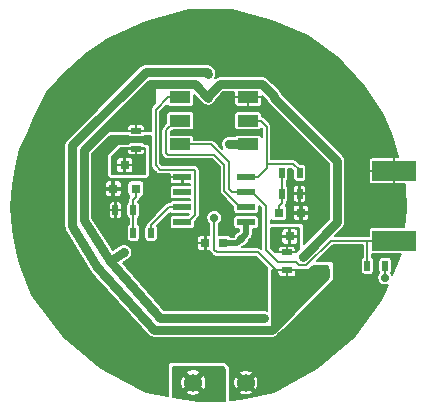
<source format=gbr>
G04 #@! TF.FileFunction,Copper,L2,Bot,Signal*
%FSLAX46Y46*%
G04 Gerber Fmt 4.6, Leading zero omitted, Abs format (unit mm)*
G04 Created by KiCad (PCBNEW (2016-05-06 BZR 6776)-stable) date sáb 02 jul 2016 17:41:08 CEST*
%MOMM*%
%LPD*%
G01*
G04 APERTURE LIST*
%ADD10C,0.100000*%
%ADD11R,0.500000X0.900000*%
%ADD12R,1.750000X1.000000*%
%ADD13R,0.800000X0.750000*%
%ADD14R,1.550000X0.600000*%
%ADD15C,1.524000*%
%ADD16R,0.900000X0.500000*%
%ADD17R,0.800100X0.800100*%
%ADD18R,3.700000X1.700000*%
%ADD19C,0.711200*%
%ADD20C,0.203200*%
%ADD21C,0.762000*%
%ADD22C,0.508000*%
G04 APERTURE END LIST*
D10*
D11*
X164326000Y-100076000D03*
X162826000Y-100076000D03*
D12*
X146985000Y-89805000D03*
X152735000Y-89805000D03*
X146985000Y-87805000D03*
X152735000Y-87805000D03*
X146985000Y-85805000D03*
X152735000Y-85805000D03*
D13*
X150610000Y-98171000D03*
X149110000Y-98171000D03*
D14*
X147160000Y-96393000D03*
X147160000Y-95123000D03*
X147160000Y-93853000D03*
X147160000Y-92583000D03*
X152560000Y-92583000D03*
X152560000Y-93853000D03*
X152560000Y-95123000D03*
X152560000Y-96393000D03*
D15*
X148082000Y-109982000D03*
X152527000Y-109982000D03*
D16*
X156019500Y-100445000D03*
X156019500Y-98945000D03*
X143256000Y-88658000D03*
X143256000Y-90158000D03*
D11*
X157087000Y-92202000D03*
X155587000Y-92202000D03*
X155587000Y-93980000D03*
X157087000Y-93980000D03*
D17*
X155306406Y-95604613D03*
X157206406Y-95604613D03*
X156256406Y-97603593D03*
X143223766Y-93557710D03*
X141323766Y-93557710D03*
X142273766Y-91558730D03*
D11*
X144514000Y-97282000D03*
X143014000Y-97282000D03*
X142990000Y-95377000D03*
X141490000Y-95377000D03*
D18*
X165100000Y-97946000D03*
X165100000Y-92046000D03*
D19*
X164338000Y-101092000D03*
X149860000Y-109093000D03*
X149860000Y-110109000D03*
X149860000Y-111125000D03*
X151130000Y-89789000D03*
X152146000Y-97790000D03*
X149860000Y-106553000D03*
X150367996Y-107950000D03*
X149986990Y-103378000D03*
X149987000Y-102108000D03*
X149987000Y-100838004D03*
X149479000Y-100076000D03*
X150495006Y-100076000D03*
X149225000Y-107950000D03*
X149860000Y-96012000D03*
X149352000Y-83820000D03*
X139954000Y-100203000D03*
X159258000Y-100457000D03*
X157353000Y-99314000D03*
X143256000Y-85852000D03*
X160274000Y-93853000D03*
X149352000Y-85852000D03*
X154940000Y-85852000D03*
X142240000Y-98933000D03*
X145288000Y-104521000D03*
X154051000Y-104521000D03*
X138811000Y-93345000D03*
D20*
X164326000Y-100076000D02*
X164326000Y-101080000D01*
X164326000Y-101080000D02*
X164338000Y-101092000D01*
X149860000Y-110109000D02*
X149860000Y-109093000D01*
X148082000Y-109982000D02*
X149225000Y-111125000D01*
X149225000Y-111125000D02*
X149860000Y-111125000D01*
D21*
X152735000Y-89805000D02*
X151146000Y-89805000D01*
X151146000Y-89805000D02*
X151130000Y-89789000D01*
D22*
X152146000Y-97790000D02*
X152560000Y-97376000D01*
X150610000Y-98171000D02*
X151765000Y-98171000D01*
X151765000Y-98171000D02*
X152146000Y-97790000D01*
X152560000Y-97376000D02*
X152560000Y-96393000D01*
D20*
X152560000Y-89980000D02*
X152735000Y-89805000D01*
X150495000Y-107950000D02*
X150367996Y-107950000D01*
X152527000Y-109982000D02*
X150495000Y-107950000D01*
X149225000Y-107950000D02*
X150367996Y-107950000D01*
X149986990Y-102616010D02*
X149986990Y-103378000D01*
X149987000Y-102616000D02*
X149986990Y-102616010D01*
X149987000Y-102616000D02*
X149987000Y-102108000D01*
X149987000Y-102616000D02*
X149987000Y-100838004D01*
X147160000Y-96393000D02*
X147635000Y-96393000D01*
X144907000Y-86868000D02*
X145970000Y-85805000D01*
X147635000Y-96393000D02*
X148239801Y-95788199D01*
X148239801Y-92039159D02*
X148148642Y-91948000D01*
X148239801Y-95788199D02*
X148239801Y-92039159D01*
X145288000Y-91948000D02*
X144907000Y-91567000D01*
X148148642Y-91948000D02*
X145288000Y-91948000D01*
X144907000Y-91567000D02*
X144907000Y-86868000D01*
X145970000Y-85805000D02*
X146985000Y-85805000D01*
X144514000Y-97282000D02*
X144514000Y-96628800D01*
X144514000Y-96628800D02*
X146019800Y-95123000D01*
X146019800Y-95123000D02*
X147160000Y-95123000D01*
X146685000Y-95123000D02*
X147160000Y-95123000D01*
X154305000Y-91447199D02*
X156532199Y-91447199D01*
X152560000Y-92583000D02*
X153538200Y-92583000D01*
X153538200Y-92583000D02*
X154305000Y-91816200D01*
X154305000Y-91816200D02*
X154305000Y-91447199D01*
X152735000Y-87805000D02*
X153813200Y-87805000D01*
X153813200Y-87805000D02*
X154305000Y-88296800D01*
X154305000Y-88296800D02*
X154305000Y-91447199D01*
X156532199Y-91447199D02*
X157087000Y-92002000D01*
X157087000Y-92002000D02*
X157087000Y-92202000D01*
X146985000Y-89805000D02*
X149622000Y-89805000D01*
X149622000Y-89805000D02*
X151130000Y-91313000D01*
X151130000Y-91313000D02*
X151130000Y-93575000D01*
X151130000Y-93575000D02*
X151408000Y-93853000D01*
X151408000Y-93853000D02*
X152560000Y-93853000D01*
X162826000Y-100076000D02*
X162826000Y-97946000D01*
X162826000Y-97946000D02*
X161349200Y-97946000D01*
X165100000Y-97946000D02*
X161349200Y-97946000D01*
X161349200Y-97946000D02*
X159737000Y-97946000D01*
X159737000Y-97946000D02*
X157670500Y-100012500D01*
X157670500Y-100012500D02*
X157035500Y-100012500D01*
X157035500Y-100012500D02*
X156781500Y-99758500D01*
X153035000Y-93853000D02*
X152560000Y-93853000D01*
X156781500Y-99758500D02*
X155257500Y-99758500D01*
X155257500Y-99758500D02*
X154241500Y-98742500D01*
X154241500Y-98742500D02*
X154241500Y-95059500D01*
X154241500Y-95059500D02*
X153035000Y-93853000D01*
X146985000Y-87805000D02*
X146610000Y-87805000D01*
X150723590Y-93761590D02*
X152085000Y-95123000D01*
X146610000Y-87805000D02*
X145796000Y-88619000D01*
X150723590Y-91541590D02*
X150723590Y-93761590D01*
X145796000Y-88619000D02*
X145796000Y-90551000D01*
X145796000Y-90551000D02*
X145923000Y-90678000D01*
X152085000Y-95123000D02*
X152560000Y-95123000D01*
X145923000Y-90678000D02*
X149860000Y-90678000D01*
X149860000Y-90678000D02*
X150723590Y-91541590D01*
X146985000Y-87805000D02*
X147360000Y-87805000D01*
X155587000Y-94730000D02*
X155577769Y-94730000D01*
X155577769Y-94730000D02*
X155306406Y-95001363D01*
X155306406Y-95001363D02*
X155306406Y-95604613D01*
X155587000Y-93980000D02*
X155587000Y-94730000D01*
X155587000Y-92202000D02*
X155587000Y-93980000D01*
X143014000Y-97282000D02*
X143014000Y-95401000D01*
X143014000Y-95401000D02*
X142990000Y-95377000D01*
X142990000Y-95577000D02*
X142990000Y-95377000D01*
X142990000Y-94500000D02*
X143223766Y-94266234D01*
X143223766Y-94266234D02*
X143223766Y-93557710D01*
X142990000Y-95377000D02*
X142990000Y-94500000D01*
D21*
X139954000Y-100203000D02*
X137845790Y-96697790D01*
X137845790Y-89897197D02*
X144049987Y-83693000D01*
X137845790Y-96697790D02*
X137845790Y-89897197D01*
X144049987Y-83693000D02*
X149225000Y-83693000D01*
X149225000Y-83693000D02*
X149352000Y-83820000D01*
D20*
X156210000Y-100445000D02*
X155055000Y-100445000D01*
X155055000Y-100445000D02*
X153543000Y-98933000D01*
X153543000Y-98933000D02*
X150075394Y-98933000D01*
X150075394Y-98933000D02*
X149860000Y-98717606D01*
X149860000Y-98717606D02*
X149860000Y-96012000D01*
D21*
X144734316Y-105486210D02*
X139954000Y-100203000D01*
X159258000Y-100457000D02*
X159258000Y-100959894D01*
X159258000Y-100959894D02*
X154731684Y-105486210D01*
X154731684Y-105486210D02*
X144734316Y-105486210D01*
X149352000Y-85852000D02*
X149352000Y-85725000D01*
X149352000Y-85725000D02*
X150356201Y-84720799D01*
X150356201Y-84720799D02*
X153935799Y-84720799D01*
X153935799Y-84720799D02*
X154940000Y-85725000D01*
X154940000Y-85725000D02*
X154940000Y-85852000D01*
X141078031Y-99695000D02*
X145288000Y-104521000D01*
X138811000Y-96226081D02*
X141078031Y-99695000D01*
X142240000Y-98933000D02*
X141078031Y-99695000D01*
X160274000Y-96393000D02*
X157353000Y-99314000D01*
X160274000Y-93853000D02*
X160274000Y-96393000D01*
X160274000Y-93853000D02*
X160274000Y-91186000D01*
X160274000Y-91186000D02*
X154940000Y-85852000D01*
X138811000Y-96226081D02*
X138811000Y-93345000D01*
X145288000Y-104521000D02*
X154051000Y-104521000D01*
X143256000Y-85852000D02*
X144387201Y-84720799D01*
X144387201Y-84720799D02*
X148220799Y-84720799D01*
X148220799Y-84720799D02*
X149352000Y-85852000D01*
X138811000Y-93345000D02*
X138811000Y-90297000D01*
X138811000Y-90297000D02*
X143256000Y-85852000D01*
D20*
G36*
X154776658Y-79344545D02*
X157806313Y-80606901D01*
X160329206Y-82499070D01*
X162475936Y-84772079D01*
X164117168Y-87297051D01*
X164873684Y-89062254D01*
X165445229Y-90891200D01*
X165201600Y-90891200D01*
X165125400Y-90967400D01*
X165125400Y-92020600D01*
X165145400Y-92020600D01*
X165145400Y-92071400D01*
X165125400Y-92071400D01*
X165125400Y-93124600D01*
X165201600Y-93200800D01*
X166003690Y-93200800D01*
X166011202Y-93232724D01*
X166137139Y-95373658D01*
X165960131Y-96789726D01*
X163250000Y-96789726D01*
X163190249Y-96795611D01*
X163132794Y-96813040D01*
X163079843Y-96841342D01*
X163033432Y-96879432D01*
X162995342Y-96925843D01*
X162967040Y-96978794D01*
X162949611Y-97036249D01*
X162943726Y-97096000D01*
X162943726Y-97539600D01*
X160097268Y-97539600D01*
X160758934Y-96877934D01*
X160799151Y-96828973D01*
X160839863Y-96780454D01*
X160841601Y-96777292D01*
X160843889Y-96774507D01*
X160873832Y-96718665D01*
X160904343Y-96663165D01*
X160905432Y-96659731D01*
X160907138Y-96656550D01*
X160925661Y-96595964D01*
X160944814Y-96535586D01*
X160945216Y-96532000D01*
X160946270Y-96528553D01*
X160952672Y-96465530D01*
X160959733Y-96402575D01*
X160959782Y-96395529D01*
X160959796Y-96395394D01*
X160959784Y-96395268D01*
X160959800Y-96393000D01*
X160959800Y-92147600D01*
X162945200Y-92147600D01*
X162945200Y-92926020D01*
X162956913Y-92984907D01*
X162979890Y-93040377D01*
X163013246Y-93090299D01*
X163055701Y-93132753D01*
X163105623Y-93166110D01*
X163161093Y-93189087D01*
X163219980Y-93200800D01*
X164998400Y-93200800D01*
X165074600Y-93124600D01*
X165074600Y-92071400D01*
X163021400Y-92071400D01*
X162945200Y-92147600D01*
X160959800Y-92147600D01*
X160959800Y-91186000D01*
X160957838Y-91165980D01*
X162945200Y-91165980D01*
X162945200Y-91944400D01*
X163021400Y-92020600D01*
X165074600Y-92020600D01*
X165074600Y-90967400D01*
X164998400Y-90891200D01*
X163219980Y-90891200D01*
X163161093Y-90902913D01*
X163105623Y-90925890D01*
X163055701Y-90959247D01*
X163013246Y-91001701D01*
X162979890Y-91051623D01*
X162956913Y-91107093D01*
X162945200Y-91165980D01*
X160957838Y-91165980D01*
X160953617Y-91122937D01*
X160948097Y-91059846D01*
X160947091Y-91056383D01*
X160946739Y-91052794D01*
X160928417Y-90992109D01*
X160910755Y-90931316D01*
X160909098Y-90928118D01*
X160908054Y-90924662D01*
X160878323Y-90868747D01*
X160849161Y-90812486D01*
X160846907Y-90809663D01*
X160845217Y-90806484D01*
X160805203Y-90757422D01*
X160765657Y-90707884D01*
X160760708Y-90702865D01*
X160760624Y-90702762D01*
X160760528Y-90702683D01*
X160758934Y-90701066D01*
X155596770Y-85538902D01*
X155594431Y-85531155D01*
X155576756Y-85470316D01*
X155575096Y-85467114D01*
X155574054Y-85463662D01*
X155544331Y-85407762D01*
X155515161Y-85351487D01*
X155512909Y-85348666D01*
X155511217Y-85345484D01*
X155471185Y-85296400D01*
X155431657Y-85246884D01*
X155426708Y-85241865D01*
X155426624Y-85241762D01*
X155426528Y-85241683D01*
X155424934Y-85240066D01*
X154420733Y-84235865D01*
X154371772Y-84195648D01*
X154323253Y-84154936D01*
X154320091Y-84153198D01*
X154317306Y-84150910D01*
X154261464Y-84120967D01*
X154205964Y-84090456D01*
X154202530Y-84089367D01*
X154199349Y-84087661D01*
X154138763Y-84069138D01*
X154078385Y-84049985D01*
X154074799Y-84049583D01*
X154071352Y-84048529D01*
X154008329Y-84042127D01*
X153945374Y-84035066D01*
X153938328Y-84035017D01*
X153938193Y-84035003D01*
X153938067Y-84035015D01*
X153935799Y-84034999D01*
X150356201Y-84034999D01*
X150293134Y-84041183D01*
X150230047Y-84046702D01*
X150226584Y-84047708D01*
X150222995Y-84048060D01*
X150162356Y-84066368D01*
X150101517Y-84084043D01*
X150098315Y-84085703D01*
X150094863Y-84086745D01*
X150038963Y-84116468D01*
X149982688Y-84145638D01*
X149979867Y-84147890D01*
X149976685Y-84149582D01*
X149928069Y-84189232D01*
X149983282Y-84087964D01*
X150023307Y-83960243D01*
X150037762Y-83827181D01*
X150026097Y-83693846D01*
X149988755Y-83565316D01*
X149927161Y-83446486D01*
X149843657Y-83341884D01*
X149836934Y-83335066D01*
X149709934Y-83208066D01*
X149660973Y-83167849D01*
X149612454Y-83127137D01*
X149609292Y-83125399D01*
X149606507Y-83123111D01*
X149550665Y-83093168D01*
X149495165Y-83062657D01*
X149491731Y-83061568D01*
X149488550Y-83059862D01*
X149427964Y-83041339D01*
X149367586Y-83022186D01*
X149364000Y-83021784D01*
X149360553Y-83020730D01*
X149297530Y-83014328D01*
X149234575Y-83007267D01*
X149227529Y-83007218D01*
X149227394Y-83007204D01*
X149227268Y-83007216D01*
X149225000Y-83007200D01*
X144049987Y-83007200D01*
X143986920Y-83013384D01*
X143923833Y-83018903D01*
X143920370Y-83019909D01*
X143916781Y-83020261D01*
X143856142Y-83038569D01*
X143795303Y-83056244D01*
X143792101Y-83057904D01*
X143788649Y-83058946D01*
X143732749Y-83088669D01*
X143676474Y-83117839D01*
X143673653Y-83120091D01*
X143670471Y-83121783D01*
X143621387Y-83161815D01*
X143571871Y-83201343D01*
X143566852Y-83206292D01*
X143566749Y-83206376D01*
X143566670Y-83206472D01*
X143565053Y-83208066D01*
X137360856Y-89412263D01*
X137320639Y-89461224D01*
X137279927Y-89509743D01*
X137278189Y-89512905D01*
X137275901Y-89515690D01*
X137245958Y-89571532D01*
X137215447Y-89627032D01*
X137214358Y-89630466D01*
X137212652Y-89633647D01*
X137194129Y-89694233D01*
X137174976Y-89754611D01*
X137174574Y-89758197D01*
X137173520Y-89761644D01*
X137167118Y-89824667D01*
X137160057Y-89887622D01*
X137160008Y-89894668D01*
X137159994Y-89894803D01*
X137160006Y-89894929D01*
X137159990Y-89897197D01*
X137159990Y-96697790D01*
X137164559Y-96744387D01*
X137166376Y-96791158D01*
X137171075Y-96810846D01*
X137173051Y-96830996D01*
X137186582Y-96875813D01*
X137197450Y-96921346D01*
X137205885Y-96939749D01*
X137211736Y-96959128D01*
X137233714Y-97000462D01*
X137253220Y-97043018D01*
X137258098Y-97051258D01*
X139366308Y-100556468D01*
X139403068Y-100605921D01*
X139439093Y-100655982D01*
X139445468Y-100663127D01*
X144225784Y-105946337D01*
X144235829Y-105955465D01*
X144244331Y-105966039D01*
X144285275Y-106000395D01*
X144324841Y-106036348D01*
X144336467Y-106043350D01*
X144346862Y-106052073D01*
X144393700Y-106077823D01*
X144439495Y-106105405D01*
X144452261Y-106110016D01*
X144464151Y-106116553D01*
X144515101Y-106132716D01*
X144565379Y-106150877D01*
X144578794Y-106152920D01*
X144591730Y-106157024D01*
X144644848Y-106162982D01*
X144697697Y-106171032D01*
X144711257Y-106170431D01*
X144724741Y-106171943D01*
X144734316Y-106172010D01*
X154731684Y-106172010D01*
X154794747Y-106165827D01*
X154857838Y-106160307D01*
X154861301Y-106159301D01*
X154864890Y-106158949D01*
X154925575Y-106140627D01*
X154986368Y-106122965D01*
X154989566Y-106121308D01*
X154993022Y-106120264D01*
X155048937Y-106090533D01*
X155105198Y-106061371D01*
X155108021Y-106059117D01*
X155111200Y-106057427D01*
X155160262Y-106017413D01*
X155209800Y-105977867D01*
X155214819Y-105972918D01*
X155214922Y-105972834D01*
X155215001Y-105972738D01*
X155216618Y-105971144D01*
X155701280Y-105486482D01*
X155711082Y-105484532D01*
X155826447Y-105407447D01*
X159890447Y-101343447D01*
X159967532Y-101228082D01*
X159994600Y-101092000D01*
X159994600Y-100012500D01*
X159967532Y-99876418D01*
X159890447Y-99761053D01*
X159775082Y-99683968D01*
X159639000Y-99656900D01*
X158600836Y-99656900D01*
X159905336Y-98352400D01*
X162419600Y-98352400D01*
X162419600Y-99363989D01*
X162405843Y-99371342D01*
X162359432Y-99409432D01*
X162321342Y-99455843D01*
X162293040Y-99508794D01*
X162275611Y-99566249D01*
X162269726Y-99626000D01*
X162269726Y-100526000D01*
X162275611Y-100585751D01*
X162293040Y-100643206D01*
X162321342Y-100696157D01*
X162359432Y-100742568D01*
X162405843Y-100780658D01*
X162458794Y-100808960D01*
X162516249Y-100826389D01*
X162576000Y-100832274D01*
X163076000Y-100832274D01*
X163135751Y-100826389D01*
X163193206Y-100808960D01*
X163246157Y-100780658D01*
X163292568Y-100742568D01*
X163330658Y-100696157D01*
X163358960Y-100643206D01*
X163376389Y-100585751D01*
X163382274Y-100526000D01*
X163382274Y-99626000D01*
X163376389Y-99566249D01*
X163358960Y-99508794D01*
X163330658Y-99455843D01*
X163292568Y-99409432D01*
X163246157Y-99371342D01*
X163232400Y-99363989D01*
X163232400Y-99100541D01*
X163250000Y-99102274D01*
X165656843Y-99102274D01*
X165632356Y-99285925D01*
X164942348Y-100825172D01*
X164923920Y-100780461D01*
X164852249Y-100672589D01*
X164846402Y-100666701D01*
X164858960Y-100643206D01*
X164876389Y-100585751D01*
X164882274Y-100526000D01*
X164882274Y-99626000D01*
X164876389Y-99566249D01*
X164858960Y-99508794D01*
X164830658Y-99455843D01*
X164792568Y-99409432D01*
X164746157Y-99371342D01*
X164693206Y-99343040D01*
X164635751Y-99325611D01*
X164576000Y-99319726D01*
X164076000Y-99319726D01*
X164016249Y-99325611D01*
X163958794Y-99343040D01*
X163905843Y-99371342D01*
X163859432Y-99409432D01*
X163821342Y-99455843D01*
X163793040Y-99508794D01*
X163775611Y-99566249D01*
X163769726Y-99626000D01*
X163769726Y-100526000D01*
X163775611Y-100585751D01*
X163793040Y-100643206D01*
X163815769Y-100685731D01*
X163756487Y-100772311D01*
X163705467Y-100891349D01*
X163678541Y-101018030D01*
X163676732Y-101147528D01*
X163700112Y-101274912D01*
X163747788Y-101395328D01*
X163817945Y-101504191D01*
X163907911Y-101597353D01*
X164014259Y-101671267D01*
X164132938Y-101723116D01*
X164259428Y-101750927D01*
X164388910Y-101753639D01*
X164516454Y-101731150D01*
X164540381Y-101721869D01*
X163991625Y-102946016D01*
X161719063Y-106102353D01*
X158561354Y-108754828D01*
X154899596Y-110775109D01*
X152128334Y-111404941D01*
X151231600Y-111447643D01*
X151231600Y-110785578D01*
X151938948Y-110785578D01*
X152026611Y-110930005D01*
X152221173Y-111009410D01*
X152427487Y-111049332D01*
X152637625Y-111048238D01*
X152843513Y-111006169D01*
X153027389Y-110930005D01*
X153115052Y-110785578D01*
X152527000Y-110197526D01*
X151938948Y-110785578D01*
X151231600Y-110785578D01*
X151231600Y-109882487D01*
X151459668Y-109882487D01*
X151460762Y-110092625D01*
X151502831Y-110298513D01*
X151578995Y-110482389D01*
X151723422Y-110570052D01*
X152311474Y-109982000D01*
X152742526Y-109982000D01*
X153330578Y-110570052D01*
X153475005Y-110482389D01*
X153554410Y-110287827D01*
X153594332Y-110081513D01*
X153593238Y-109871375D01*
X153551169Y-109665487D01*
X153475005Y-109481611D01*
X153330578Y-109393948D01*
X152742526Y-109982000D01*
X152311474Y-109982000D01*
X151723422Y-109393948D01*
X151578995Y-109481611D01*
X151499590Y-109676173D01*
X151459668Y-109882487D01*
X151231600Y-109882487D01*
X151231600Y-109178422D01*
X151938948Y-109178422D01*
X152527000Y-109766474D01*
X153115052Y-109178422D01*
X153027389Y-109033995D01*
X152832827Y-108954590D01*
X152626513Y-108914668D01*
X152416375Y-108915762D01*
X152210487Y-108957831D01*
X152026611Y-109033995D01*
X151938948Y-109178422D01*
X151231600Y-109178422D01*
X151231600Y-108585000D01*
X151204532Y-108448918D01*
X151127447Y-108333553D01*
X151012082Y-108256468D01*
X150876000Y-108229400D01*
X146304000Y-108229400D01*
X146167918Y-108256468D01*
X146052553Y-108333553D01*
X145975468Y-108448918D01*
X145948400Y-108585000D01*
X145948400Y-111099510D01*
X144047449Y-110773633D01*
X140261313Y-108754360D01*
X137103392Y-106101707D01*
X134451968Y-102566474D01*
X133442825Y-99917475D01*
X133064485Y-98530230D01*
X132812153Y-97016237D01*
X132685938Y-95123000D01*
X132812153Y-93229763D01*
X133064664Y-91714696D01*
X133442434Y-90203618D01*
X134073605Y-88815042D01*
X134075445Y-88810733D01*
X134581435Y-87545758D01*
X135715726Y-85403209D01*
X137228110Y-83764793D01*
X138997264Y-82122007D01*
X140888118Y-80861437D01*
X144048258Y-79470976D01*
X147710870Y-78460600D01*
X151367157Y-78460600D01*
X154776658Y-79344545D01*
X154776658Y-79344545D01*
G37*
X154776658Y-79344545D02*
X157806313Y-80606901D01*
X160329206Y-82499070D01*
X162475936Y-84772079D01*
X164117168Y-87297051D01*
X164873684Y-89062254D01*
X165445229Y-90891200D01*
X165201600Y-90891200D01*
X165125400Y-90967400D01*
X165125400Y-92020600D01*
X165145400Y-92020600D01*
X165145400Y-92071400D01*
X165125400Y-92071400D01*
X165125400Y-93124600D01*
X165201600Y-93200800D01*
X166003690Y-93200800D01*
X166011202Y-93232724D01*
X166137139Y-95373658D01*
X165960131Y-96789726D01*
X163250000Y-96789726D01*
X163190249Y-96795611D01*
X163132794Y-96813040D01*
X163079843Y-96841342D01*
X163033432Y-96879432D01*
X162995342Y-96925843D01*
X162967040Y-96978794D01*
X162949611Y-97036249D01*
X162943726Y-97096000D01*
X162943726Y-97539600D01*
X160097268Y-97539600D01*
X160758934Y-96877934D01*
X160799151Y-96828973D01*
X160839863Y-96780454D01*
X160841601Y-96777292D01*
X160843889Y-96774507D01*
X160873832Y-96718665D01*
X160904343Y-96663165D01*
X160905432Y-96659731D01*
X160907138Y-96656550D01*
X160925661Y-96595964D01*
X160944814Y-96535586D01*
X160945216Y-96532000D01*
X160946270Y-96528553D01*
X160952672Y-96465530D01*
X160959733Y-96402575D01*
X160959782Y-96395529D01*
X160959796Y-96395394D01*
X160959784Y-96395268D01*
X160959800Y-96393000D01*
X160959800Y-92147600D01*
X162945200Y-92147600D01*
X162945200Y-92926020D01*
X162956913Y-92984907D01*
X162979890Y-93040377D01*
X163013246Y-93090299D01*
X163055701Y-93132753D01*
X163105623Y-93166110D01*
X163161093Y-93189087D01*
X163219980Y-93200800D01*
X164998400Y-93200800D01*
X165074600Y-93124600D01*
X165074600Y-92071400D01*
X163021400Y-92071400D01*
X162945200Y-92147600D01*
X160959800Y-92147600D01*
X160959800Y-91186000D01*
X160957838Y-91165980D01*
X162945200Y-91165980D01*
X162945200Y-91944400D01*
X163021400Y-92020600D01*
X165074600Y-92020600D01*
X165074600Y-90967400D01*
X164998400Y-90891200D01*
X163219980Y-90891200D01*
X163161093Y-90902913D01*
X163105623Y-90925890D01*
X163055701Y-90959247D01*
X163013246Y-91001701D01*
X162979890Y-91051623D01*
X162956913Y-91107093D01*
X162945200Y-91165980D01*
X160957838Y-91165980D01*
X160953617Y-91122937D01*
X160948097Y-91059846D01*
X160947091Y-91056383D01*
X160946739Y-91052794D01*
X160928417Y-90992109D01*
X160910755Y-90931316D01*
X160909098Y-90928118D01*
X160908054Y-90924662D01*
X160878323Y-90868747D01*
X160849161Y-90812486D01*
X160846907Y-90809663D01*
X160845217Y-90806484D01*
X160805203Y-90757422D01*
X160765657Y-90707884D01*
X160760708Y-90702865D01*
X160760624Y-90702762D01*
X160760528Y-90702683D01*
X160758934Y-90701066D01*
X155596770Y-85538902D01*
X155594431Y-85531155D01*
X155576756Y-85470316D01*
X155575096Y-85467114D01*
X155574054Y-85463662D01*
X155544331Y-85407762D01*
X155515161Y-85351487D01*
X155512909Y-85348666D01*
X155511217Y-85345484D01*
X155471185Y-85296400D01*
X155431657Y-85246884D01*
X155426708Y-85241865D01*
X155426624Y-85241762D01*
X155426528Y-85241683D01*
X155424934Y-85240066D01*
X154420733Y-84235865D01*
X154371772Y-84195648D01*
X154323253Y-84154936D01*
X154320091Y-84153198D01*
X154317306Y-84150910D01*
X154261464Y-84120967D01*
X154205964Y-84090456D01*
X154202530Y-84089367D01*
X154199349Y-84087661D01*
X154138763Y-84069138D01*
X154078385Y-84049985D01*
X154074799Y-84049583D01*
X154071352Y-84048529D01*
X154008329Y-84042127D01*
X153945374Y-84035066D01*
X153938328Y-84035017D01*
X153938193Y-84035003D01*
X153938067Y-84035015D01*
X153935799Y-84034999D01*
X150356201Y-84034999D01*
X150293134Y-84041183D01*
X150230047Y-84046702D01*
X150226584Y-84047708D01*
X150222995Y-84048060D01*
X150162356Y-84066368D01*
X150101517Y-84084043D01*
X150098315Y-84085703D01*
X150094863Y-84086745D01*
X150038963Y-84116468D01*
X149982688Y-84145638D01*
X149979867Y-84147890D01*
X149976685Y-84149582D01*
X149928069Y-84189232D01*
X149983282Y-84087964D01*
X150023307Y-83960243D01*
X150037762Y-83827181D01*
X150026097Y-83693846D01*
X149988755Y-83565316D01*
X149927161Y-83446486D01*
X149843657Y-83341884D01*
X149836934Y-83335066D01*
X149709934Y-83208066D01*
X149660973Y-83167849D01*
X149612454Y-83127137D01*
X149609292Y-83125399D01*
X149606507Y-83123111D01*
X149550665Y-83093168D01*
X149495165Y-83062657D01*
X149491731Y-83061568D01*
X149488550Y-83059862D01*
X149427964Y-83041339D01*
X149367586Y-83022186D01*
X149364000Y-83021784D01*
X149360553Y-83020730D01*
X149297530Y-83014328D01*
X149234575Y-83007267D01*
X149227529Y-83007218D01*
X149227394Y-83007204D01*
X149227268Y-83007216D01*
X149225000Y-83007200D01*
X144049987Y-83007200D01*
X143986920Y-83013384D01*
X143923833Y-83018903D01*
X143920370Y-83019909D01*
X143916781Y-83020261D01*
X143856142Y-83038569D01*
X143795303Y-83056244D01*
X143792101Y-83057904D01*
X143788649Y-83058946D01*
X143732749Y-83088669D01*
X143676474Y-83117839D01*
X143673653Y-83120091D01*
X143670471Y-83121783D01*
X143621387Y-83161815D01*
X143571871Y-83201343D01*
X143566852Y-83206292D01*
X143566749Y-83206376D01*
X143566670Y-83206472D01*
X143565053Y-83208066D01*
X137360856Y-89412263D01*
X137320639Y-89461224D01*
X137279927Y-89509743D01*
X137278189Y-89512905D01*
X137275901Y-89515690D01*
X137245958Y-89571532D01*
X137215447Y-89627032D01*
X137214358Y-89630466D01*
X137212652Y-89633647D01*
X137194129Y-89694233D01*
X137174976Y-89754611D01*
X137174574Y-89758197D01*
X137173520Y-89761644D01*
X137167118Y-89824667D01*
X137160057Y-89887622D01*
X137160008Y-89894668D01*
X137159994Y-89894803D01*
X137160006Y-89894929D01*
X137159990Y-89897197D01*
X137159990Y-96697790D01*
X137164559Y-96744387D01*
X137166376Y-96791158D01*
X137171075Y-96810846D01*
X137173051Y-96830996D01*
X137186582Y-96875813D01*
X137197450Y-96921346D01*
X137205885Y-96939749D01*
X137211736Y-96959128D01*
X137233714Y-97000462D01*
X137253220Y-97043018D01*
X137258098Y-97051258D01*
X139366308Y-100556468D01*
X139403068Y-100605921D01*
X139439093Y-100655982D01*
X139445468Y-100663127D01*
X144225784Y-105946337D01*
X144235829Y-105955465D01*
X144244331Y-105966039D01*
X144285275Y-106000395D01*
X144324841Y-106036348D01*
X144336467Y-106043350D01*
X144346862Y-106052073D01*
X144393700Y-106077823D01*
X144439495Y-106105405D01*
X144452261Y-106110016D01*
X144464151Y-106116553D01*
X144515101Y-106132716D01*
X144565379Y-106150877D01*
X144578794Y-106152920D01*
X144591730Y-106157024D01*
X144644848Y-106162982D01*
X144697697Y-106171032D01*
X144711257Y-106170431D01*
X144724741Y-106171943D01*
X144734316Y-106172010D01*
X154731684Y-106172010D01*
X154794747Y-106165827D01*
X154857838Y-106160307D01*
X154861301Y-106159301D01*
X154864890Y-106158949D01*
X154925575Y-106140627D01*
X154986368Y-106122965D01*
X154989566Y-106121308D01*
X154993022Y-106120264D01*
X155048937Y-106090533D01*
X155105198Y-106061371D01*
X155108021Y-106059117D01*
X155111200Y-106057427D01*
X155160262Y-106017413D01*
X155209800Y-105977867D01*
X155214819Y-105972918D01*
X155214922Y-105972834D01*
X155215001Y-105972738D01*
X155216618Y-105971144D01*
X155701280Y-105486482D01*
X155711082Y-105484532D01*
X155826447Y-105407447D01*
X159890447Y-101343447D01*
X159967532Y-101228082D01*
X159994600Y-101092000D01*
X159994600Y-100012500D01*
X159967532Y-99876418D01*
X159890447Y-99761053D01*
X159775082Y-99683968D01*
X159639000Y-99656900D01*
X158600836Y-99656900D01*
X159905336Y-98352400D01*
X162419600Y-98352400D01*
X162419600Y-99363989D01*
X162405843Y-99371342D01*
X162359432Y-99409432D01*
X162321342Y-99455843D01*
X162293040Y-99508794D01*
X162275611Y-99566249D01*
X162269726Y-99626000D01*
X162269726Y-100526000D01*
X162275611Y-100585751D01*
X162293040Y-100643206D01*
X162321342Y-100696157D01*
X162359432Y-100742568D01*
X162405843Y-100780658D01*
X162458794Y-100808960D01*
X162516249Y-100826389D01*
X162576000Y-100832274D01*
X163076000Y-100832274D01*
X163135751Y-100826389D01*
X163193206Y-100808960D01*
X163246157Y-100780658D01*
X163292568Y-100742568D01*
X163330658Y-100696157D01*
X163358960Y-100643206D01*
X163376389Y-100585751D01*
X163382274Y-100526000D01*
X163382274Y-99626000D01*
X163376389Y-99566249D01*
X163358960Y-99508794D01*
X163330658Y-99455843D01*
X163292568Y-99409432D01*
X163246157Y-99371342D01*
X163232400Y-99363989D01*
X163232400Y-99100541D01*
X163250000Y-99102274D01*
X165656843Y-99102274D01*
X165632356Y-99285925D01*
X164942348Y-100825172D01*
X164923920Y-100780461D01*
X164852249Y-100672589D01*
X164846402Y-100666701D01*
X164858960Y-100643206D01*
X164876389Y-100585751D01*
X164882274Y-100526000D01*
X164882274Y-99626000D01*
X164876389Y-99566249D01*
X164858960Y-99508794D01*
X164830658Y-99455843D01*
X164792568Y-99409432D01*
X164746157Y-99371342D01*
X164693206Y-99343040D01*
X164635751Y-99325611D01*
X164576000Y-99319726D01*
X164076000Y-99319726D01*
X164016249Y-99325611D01*
X163958794Y-99343040D01*
X163905843Y-99371342D01*
X163859432Y-99409432D01*
X163821342Y-99455843D01*
X163793040Y-99508794D01*
X163775611Y-99566249D01*
X163769726Y-99626000D01*
X163769726Y-100526000D01*
X163775611Y-100585751D01*
X163793040Y-100643206D01*
X163815769Y-100685731D01*
X163756487Y-100772311D01*
X163705467Y-100891349D01*
X163678541Y-101018030D01*
X163676732Y-101147528D01*
X163700112Y-101274912D01*
X163747788Y-101395328D01*
X163817945Y-101504191D01*
X163907911Y-101597353D01*
X164014259Y-101671267D01*
X164132938Y-101723116D01*
X164259428Y-101750927D01*
X164388910Y-101753639D01*
X164516454Y-101731150D01*
X164540381Y-101721869D01*
X163991625Y-102946016D01*
X161719063Y-106102353D01*
X158561354Y-108754828D01*
X154899596Y-110775109D01*
X152128334Y-111404941D01*
X151231600Y-111447643D01*
X151231600Y-110785578D01*
X151938948Y-110785578D01*
X152026611Y-110930005D01*
X152221173Y-111009410D01*
X152427487Y-111049332D01*
X152637625Y-111048238D01*
X152843513Y-111006169D01*
X153027389Y-110930005D01*
X153115052Y-110785578D01*
X152527000Y-110197526D01*
X151938948Y-110785578D01*
X151231600Y-110785578D01*
X151231600Y-109882487D01*
X151459668Y-109882487D01*
X151460762Y-110092625D01*
X151502831Y-110298513D01*
X151578995Y-110482389D01*
X151723422Y-110570052D01*
X152311474Y-109982000D01*
X152742526Y-109982000D01*
X153330578Y-110570052D01*
X153475005Y-110482389D01*
X153554410Y-110287827D01*
X153594332Y-110081513D01*
X153593238Y-109871375D01*
X153551169Y-109665487D01*
X153475005Y-109481611D01*
X153330578Y-109393948D01*
X152742526Y-109982000D01*
X152311474Y-109982000D01*
X151723422Y-109393948D01*
X151578995Y-109481611D01*
X151499590Y-109676173D01*
X151459668Y-109882487D01*
X151231600Y-109882487D01*
X151231600Y-109178422D01*
X151938948Y-109178422D01*
X152527000Y-109766474D01*
X153115052Y-109178422D01*
X153027389Y-109033995D01*
X152832827Y-108954590D01*
X152626513Y-108914668D01*
X152416375Y-108915762D01*
X152210487Y-108957831D01*
X152026611Y-109033995D01*
X151938948Y-109178422D01*
X151231600Y-109178422D01*
X151231600Y-108585000D01*
X151204532Y-108448918D01*
X151127447Y-108333553D01*
X151012082Y-108256468D01*
X150876000Y-108229400D01*
X146304000Y-108229400D01*
X146167918Y-108256468D01*
X146052553Y-108333553D01*
X145975468Y-108448918D01*
X145948400Y-108585000D01*
X145948400Y-111099510D01*
X144047449Y-110773633D01*
X140261313Y-108754360D01*
X137103392Y-106101707D01*
X134451968Y-102566474D01*
X133442825Y-99917475D01*
X133064485Y-98530230D01*
X132812153Y-97016237D01*
X132685938Y-95123000D01*
X132812153Y-93229763D01*
X133064664Y-91714696D01*
X133442434Y-90203618D01*
X134073605Y-88815042D01*
X134075445Y-88810733D01*
X134581435Y-87545758D01*
X135715726Y-85403209D01*
X137228110Y-83764793D01*
X138997264Y-82122007D01*
X140888118Y-80861437D01*
X144048258Y-79470976D01*
X147710870Y-78460600D01*
X151367157Y-78460600D01*
X154776658Y-79344545D01*
G36*
X151555200Y-85703400D02*
X151631400Y-85779600D01*
X152709600Y-85779600D01*
X152709600Y-85759600D01*
X152760400Y-85759600D01*
X152760400Y-85779600D01*
X153838600Y-85779600D01*
X153914800Y-85703400D01*
X153914800Y-85669668D01*
X154283230Y-86038098D01*
X154285583Y-86045891D01*
X154303245Y-86106684D01*
X154304902Y-86109882D01*
X154305946Y-86113338D01*
X154335677Y-86169253D01*
X154364839Y-86225514D01*
X154367093Y-86228337D01*
X154368783Y-86231516D01*
X154408797Y-86280578D01*
X154448343Y-86330116D01*
X154453292Y-86335135D01*
X154453376Y-86335238D01*
X154453472Y-86335317D01*
X154455066Y-86336934D01*
X159588200Y-91470068D01*
X159588200Y-96108932D01*
X157467300Y-98229832D01*
X157467300Y-96774000D01*
X157444098Y-96657358D01*
X157378026Y-96558474D01*
X157279142Y-96492402D01*
X157162500Y-96469200D01*
X154647900Y-96469200D01*
X154647900Y-96167714D01*
X154651698Y-96174820D01*
X154689788Y-96221231D01*
X154736199Y-96259321D01*
X154789150Y-96287623D01*
X154846605Y-96305052D01*
X154906356Y-96310937D01*
X155706456Y-96310937D01*
X155766207Y-96305052D01*
X155823662Y-96287623D01*
X155876613Y-96259321D01*
X155923024Y-96221231D01*
X155961114Y-96174820D01*
X155989416Y-96121869D01*
X156006845Y-96064414D01*
X156012730Y-96004663D01*
X156012730Y-95769713D01*
X156501556Y-95769713D01*
X156501556Y-96034683D01*
X156513269Y-96093570D01*
X156536246Y-96149040D01*
X156569603Y-96198962D01*
X156612057Y-96241417D01*
X156661979Y-96274773D01*
X156717449Y-96297750D01*
X156776336Y-96309463D01*
X157041306Y-96309463D01*
X157117506Y-96233263D01*
X157117506Y-95693513D01*
X157295306Y-95693513D01*
X157295306Y-96233263D01*
X157371506Y-96309463D01*
X157636476Y-96309463D01*
X157695363Y-96297750D01*
X157750833Y-96274773D01*
X157800755Y-96241417D01*
X157843209Y-96198962D01*
X157876566Y-96149040D01*
X157899543Y-96093570D01*
X157911256Y-96034683D01*
X157911256Y-95769713D01*
X157835056Y-95693513D01*
X157295306Y-95693513D01*
X157117506Y-95693513D01*
X156577756Y-95693513D01*
X156501556Y-95769713D01*
X156012730Y-95769713D01*
X156012730Y-95204563D01*
X156009774Y-95174543D01*
X156501556Y-95174543D01*
X156501556Y-95439513D01*
X156577756Y-95515713D01*
X157117506Y-95515713D01*
X157117506Y-94975963D01*
X157295306Y-94975963D01*
X157295306Y-95515713D01*
X157835056Y-95515713D01*
X157911256Y-95439513D01*
X157911256Y-95174543D01*
X157899543Y-95115656D01*
X157876566Y-95060186D01*
X157843209Y-95010264D01*
X157800755Y-94967809D01*
X157750833Y-94934453D01*
X157695363Y-94911476D01*
X157636476Y-94899763D01*
X157371506Y-94899763D01*
X157295306Y-94975963D01*
X157117506Y-94975963D01*
X157041306Y-94899763D01*
X156776336Y-94899763D01*
X156717449Y-94911476D01*
X156661979Y-94934453D01*
X156612057Y-94967809D01*
X156569603Y-95010264D01*
X156536246Y-95060186D01*
X156513269Y-95115656D01*
X156501556Y-95174543D01*
X156009774Y-95174543D01*
X156006845Y-95144812D01*
X155989416Y-95087357D01*
X155961114Y-95034406D01*
X155923024Y-94987995D01*
X155908503Y-94976077D01*
X155922326Y-94959603D01*
X155923013Y-94958354D01*
X155923921Y-94957256D01*
X155942090Y-94923653D01*
X155960537Y-94890098D01*
X155960969Y-94888736D01*
X155961645Y-94887486D01*
X155972939Y-94851002D01*
X155984519Y-94814495D01*
X155984678Y-94813078D01*
X155985099Y-94811718D01*
X155989098Y-94773673D01*
X155993360Y-94735674D01*
X155993379Y-94732939D01*
X155993390Y-94732837D01*
X155993381Y-94732735D01*
X155993400Y-94730000D01*
X155993400Y-94692011D01*
X156007157Y-94684658D01*
X156053568Y-94646568D01*
X156091658Y-94600157D01*
X156119960Y-94547206D01*
X156137389Y-94489751D01*
X156143274Y-94430000D01*
X156143274Y-94081600D01*
X156532200Y-94081600D01*
X156532200Y-94460020D01*
X156543913Y-94518907D01*
X156566890Y-94574377D01*
X156600247Y-94624299D01*
X156642701Y-94666754D01*
X156692623Y-94700110D01*
X156748093Y-94723087D01*
X156806980Y-94734800D01*
X156985400Y-94734800D01*
X157061600Y-94658600D01*
X157061600Y-94005400D01*
X157112400Y-94005400D01*
X157112400Y-94658600D01*
X157188600Y-94734800D01*
X157367020Y-94734800D01*
X157425907Y-94723087D01*
X157481377Y-94700110D01*
X157531299Y-94666754D01*
X157573753Y-94624299D01*
X157607110Y-94574377D01*
X157630087Y-94518907D01*
X157641800Y-94460020D01*
X157641800Y-94081600D01*
X157565600Y-94005400D01*
X157112400Y-94005400D01*
X157061600Y-94005400D01*
X156608400Y-94005400D01*
X156532200Y-94081600D01*
X156143274Y-94081600D01*
X156143274Y-93530000D01*
X156140318Y-93499980D01*
X156532200Y-93499980D01*
X156532200Y-93878400D01*
X156608400Y-93954600D01*
X157061600Y-93954600D01*
X157061600Y-93301400D01*
X157112400Y-93301400D01*
X157112400Y-93954600D01*
X157565600Y-93954600D01*
X157641800Y-93878400D01*
X157641800Y-93499980D01*
X157630087Y-93441093D01*
X157607110Y-93385623D01*
X157573753Y-93335701D01*
X157531299Y-93293246D01*
X157481377Y-93259890D01*
X157425907Y-93236913D01*
X157367020Y-93225200D01*
X157188600Y-93225200D01*
X157112400Y-93301400D01*
X157061600Y-93301400D01*
X156985400Y-93225200D01*
X156806980Y-93225200D01*
X156748093Y-93236913D01*
X156692623Y-93259890D01*
X156642701Y-93293246D01*
X156600247Y-93335701D01*
X156566890Y-93385623D01*
X156543913Y-93441093D01*
X156532200Y-93499980D01*
X156140318Y-93499980D01*
X156137389Y-93470249D01*
X156119960Y-93412794D01*
X156091658Y-93359843D01*
X156053568Y-93313432D01*
X156007157Y-93275342D01*
X155993400Y-93267989D01*
X155993400Y-92914011D01*
X156007157Y-92906658D01*
X156053568Y-92868568D01*
X156091658Y-92822157D01*
X156119960Y-92769206D01*
X156137389Y-92711751D01*
X156143274Y-92652000D01*
X156143274Y-91853599D01*
X156363863Y-91853599D01*
X156530726Y-92020462D01*
X156530726Y-92652000D01*
X156536611Y-92711751D01*
X156554040Y-92769206D01*
X156582342Y-92822157D01*
X156620432Y-92868568D01*
X156666843Y-92906658D01*
X156719794Y-92934960D01*
X156777249Y-92952389D01*
X156837000Y-92958274D01*
X157337000Y-92958274D01*
X157396751Y-92952389D01*
X157454206Y-92934960D01*
X157507157Y-92906658D01*
X157553568Y-92868568D01*
X157591658Y-92822157D01*
X157619960Y-92769206D01*
X157637389Y-92711751D01*
X157643274Y-92652000D01*
X157643274Y-91752000D01*
X157637389Y-91692249D01*
X157619960Y-91634794D01*
X157591658Y-91581843D01*
X157553568Y-91535432D01*
X157507157Y-91497342D01*
X157454206Y-91469040D01*
X157396751Y-91451611D01*
X157337000Y-91445726D01*
X157105462Y-91445726D01*
X156819567Y-91159831D01*
X156790592Y-91136031D01*
X156761802Y-91111873D01*
X156759927Y-91110842D01*
X156758277Y-91109487D01*
X156725207Y-91091755D01*
X156692297Y-91073662D01*
X156690261Y-91073016D01*
X156688377Y-91072006D01*
X156652466Y-91061027D01*
X156616694Y-91049680D01*
X156614571Y-91049442D01*
X156612527Y-91048817D01*
X156575136Y-91045019D01*
X156537873Y-91040839D01*
X156533703Y-91040810D01*
X156533618Y-91040801D01*
X156533539Y-91040808D01*
X156532199Y-91040799D01*
X154711400Y-91040799D01*
X154711400Y-88296800D01*
X154707739Y-88259462D01*
X154704465Y-88222042D01*
X154703868Y-88219989D01*
X154703660Y-88217863D01*
X154692813Y-88181934D01*
X154682337Y-88145876D01*
X154681354Y-88143979D01*
X154680736Y-88141933D01*
X154663109Y-88108781D01*
X154645835Y-88075458D01*
X154644502Y-88073788D01*
X154643499Y-88071902D01*
X154619767Y-88042803D01*
X154596352Y-88013472D01*
X154593422Y-88010501D01*
X154593370Y-88010437D01*
X154593311Y-88010388D01*
X154592368Y-88009432D01*
X154100568Y-87517632D01*
X154071593Y-87493832D01*
X154042803Y-87469674D01*
X154040928Y-87468643D01*
X154039278Y-87467288D01*
X154006208Y-87449556D01*
X153973298Y-87431463D01*
X153971262Y-87430817D01*
X153969378Y-87429807D01*
X153933467Y-87418828D01*
X153916274Y-87413374D01*
X153916274Y-87305000D01*
X153910389Y-87245249D01*
X153892960Y-87187794D01*
X153864658Y-87134843D01*
X153826568Y-87088432D01*
X153780157Y-87050342D01*
X153727206Y-87022040D01*
X153669751Y-87004611D01*
X153610000Y-86998726D01*
X151860000Y-86998726D01*
X151800249Y-87004611D01*
X151742794Y-87022040D01*
X151689843Y-87050342D01*
X151643432Y-87088432D01*
X151605342Y-87134843D01*
X151577040Y-87187794D01*
X151559611Y-87245249D01*
X151553726Y-87305000D01*
X151553726Y-88305000D01*
X151559611Y-88364751D01*
X151577040Y-88422206D01*
X151605342Y-88475157D01*
X151643432Y-88521568D01*
X151689843Y-88559658D01*
X151742794Y-88587960D01*
X151800249Y-88605389D01*
X151860000Y-88611274D01*
X153610000Y-88611274D01*
X153669751Y-88605389D01*
X153727206Y-88587960D01*
X153780157Y-88559658D01*
X153826568Y-88521568D01*
X153864658Y-88475157D01*
X153879971Y-88446507D01*
X153898600Y-88465136D01*
X153898600Y-89206386D01*
X153892960Y-89187794D01*
X153864658Y-89134843D01*
X153826568Y-89088432D01*
X153780157Y-89050342D01*
X153727206Y-89022040D01*
X153669751Y-89004611D01*
X153610000Y-88998726D01*
X151860000Y-88998726D01*
X151800249Y-89004611D01*
X151742794Y-89022040D01*
X151689843Y-89050342D01*
X151643432Y-89088432D01*
X151618180Y-89119200D01*
X151273632Y-89119200D01*
X151265553Y-89116730D01*
X151132394Y-89103204D01*
X150999143Y-89115800D01*
X150870876Y-89154038D01*
X150752480Y-89216461D01*
X150648464Y-89300693D01*
X150562788Y-89403523D01*
X150498718Y-89521036D01*
X150458693Y-89648757D01*
X150444238Y-89781819D01*
X150455903Y-89915154D01*
X150493245Y-90043684D01*
X150554839Y-90162514D01*
X150557170Y-90165434D01*
X149909368Y-89517632D01*
X149880393Y-89493832D01*
X149851603Y-89469674D01*
X149849728Y-89468643D01*
X149848078Y-89467288D01*
X149815008Y-89449556D01*
X149782098Y-89431463D01*
X149780062Y-89430817D01*
X149778178Y-89429807D01*
X149742267Y-89418828D01*
X149706495Y-89407481D01*
X149704372Y-89407243D01*
X149702328Y-89406618D01*
X149664937Y-89402820D01*
X149627674Y-89398640D01*
X149623504Y-89398611D01*
X149623419Y-89398602D01*
X149623340Y-89398609D01*
X149622000Y-89398600D01*
X148166274Y-89398600D01*
X148166274Y-89305000D01*
X148160389Y-89245249D01*
X148142960Y-89187794D01*
X148114658Y-89134843D01*
X148076568Y-89088432D01*
X148030157Y-89050342D01*
X147977206Y-89022040D01*
X147919751Y-89004611D01*
X147860000Y-88998726D01*
X146202400Y-88998726D01*
X146202400Y-88787336D01*
X146378462Y-88611274D01*
X147860000Y-88611274D01*
X147919751Y-88605389D01*
X147977206Y-88587960D01*
X148030157Y-88559658D01*
X148076568Y-88521568D01*
X148114658Y-88475157D01*
X148142960Y-88422206D01*
X148160389Y-88364751D01*
X148166274Y-88305000D01*
X148166274Y-87305000D01*
X148160389Y-87245249D01*
X148142960Y-87187794D01*
X148114658Y-87134843D01*
X148076568Y-87088432D01*
X148030157Y-87050342D01*
X147977206Y-87022040D01*
X147919751Y-87004611D01*
X147860000Y-86998726D01*
X146110000Y-86998726D01*
X146050249Y-87004611D01*
X145992794Y-87022040D01*
X145939843Y-87050342D01*
X145893432Y-87088432D01*
X145855342Y-87134843D01*
X145827040Y-87187794D01*
X145809611Y-87245249D01*
X145803726Y-87305000D01*
X145803726Y-88036538D01*
X145508632Y-88331632D01*
X145484832Y-88360607D01*
X145460674Y-88389397D01*
X145459643Y-88391272D01*
X145458288Y-88392922D01*
X145440556Y-88425992D01*
X145422463Y-88458902D01*
X145421817Y-88460938D01*
X145420807Y-88462822D01*
X145409828Y-88498733D01*
X145398481Y-88534505D01*
X145398243Y-88536628D01*
X145397618Y-88538672D01*
X145393820Y-88576063D01*
X145389640Y-88613326D01*
X145389611Y-88617496D01*
X145389602Y-88617581D01*
X145389609Y-88617660D01*
X145389600Y-88619000D01*
X145389600Y-90551000D01*
X145393261Y-90588342D01*
X145396535Y-90625757D01*
X145397131Y-90627810D01*
X145397340Y-90629937D01*
X145408191Y-90665878D01*
X145418663Y-90701924D01*
X145419646Y-90703821D01*
X145420264Y-90705867D01*
X145437902Y-90739039D01*
X145455165Y-90772341D01*
X145456497Y-90774009D01*
X145457501Y-90775898D01*
X145481236Y-90805000D01*
X145504648Y-90834328D01*
X145507578Y-90837299D01*
X145507630Y-90837363D01*
X145507689Y-90837412D01*
X145508632Y-90838368D01*
X145635632Y-90965368D01*
X145664607Y-90989168D01*
X145693397Y-91013326D01*
X145695272Y-91014357D01*
X145696922Y-91015712D01*
X145729992Y-91033444D01*
X145762902Y-91051537D01*
X145764938Y-91052183D01*
X145766822Y-91053193D01*
X145802733Y-91064172D01*
X145838505Y-91075519D01*
X145840628Y-91075757D01*
X145842672Y-91076382D01*
X145880063Y-91080180D01*
X145917326Y-91084360D01*
X145921496Y-91084389D01*
X145921581Y-91084398D01*
X145921660Y-91084391D01*
X145923000Y-91084400D01*
X149691664Y-91084400D01*
X150317190Y-91709926D01*
X150317190Y-93761590D01*
X150320851Y-93798932D01*
X150324125Y-93836347D01*
X150324721Y-93838400D01*
X150324930Y-93840527D01*
X150335781Y-93876468D01*
X150346253Y-93912514D01*
X150347236Y-93914411D01*
X150347854Y-93916457D01*
X150365492Y-93949629D01*
X150382755Y-93982931D01*
X150384087Y-93984599D01*
X150385091Y-93986488D01*
X150408841Y-94015609D01*
X150432238Y-94044918D01*
X150435168Y-94047889D01*
X150435220Y-94047953D01*
X150435279Y-94048002D01*
X150436222Y-94048958D01*
X151478726Y-95091463D01*
X151478726Y-95423000D01*
X151484611Y-95482751D01*
X151502040Y-95540206D01*
X151530342Y-95593157D01*
X151568432Y-95639568D01*
X151614843Y-95677658D01*
X151667794Y-95705960D01*
X151725249Y-95723389D01*
X151785000Y-95729274D01*
X153335000Y-95729274D01*
X153394751Y-95723389D01*
X153452206Y-95705960D01*
X153505157Y-95677658D01*
X153551568Y-95639568D01*
X153589658Y-95593157D01*
X153617960Y-95540206D01*
X153635389Y-95482751D01*
X153641274Y-95423000D01*
X153641274Y-95034010D01*
X153835100Y-95227836D01*
X153835100Y-98650364D01*
X153830368Y-98645632D01*
X153801393Y-98621832D01*
X153772603Y-98597674D01*
X153770728Y-98596643D01*
X153769078Y-98595288D01*
X153736008Y-98577556D01*
X153703098Y-98559463D01*
X153701062Y-98558817D01*
X153699178Y-98557807D01*
X153663267Y-98546828D01*
X153627495Y-98535481D01*
X153625372Y-98535243D01*
X153623328Y-98534618D01*
X153585937Y-98530820D01*
X153548674Y-98526640D01*
X153544504Y-98526611D01*
X153544419Y-98526602D01*
X153544340Y-98526609D01*
X153543000Y-98526600D01*
X152199662Y-98526600D01*
X152291259Y-98435003D01*
X152324454Y-98429150D01*
X152445200Y-98382315D01*
X152554550Y-98312920D01*
X152648338Y-98223607D01*
X152722992Y-98117777D01*
X152775669Y-97999463D01*
X152790036Y-97936227D01*
X152955131Y-97771132D01*
X152987923Y-97731210D01*
X153021073Y-97691704D01*
X153022487Y-97689132D01*
X153024354Y-97686859D01*
X153048733Y-97641392D01*
X153073613Y-97596135D01*
X153074503Y-97593328D01*
X153075889Y-97590744D01*
X153090956Y-97541462D01*
X153106589Y-97492181D01*
X153106917Y-97489258D01*
X153107775Y-97486451D01*
X153112983Y-97435181D01*
X153118746Y-97383802D01*
X153118786Y-97378050D01*
X153118796Y-97377950D01*
X153118787Y-97377856D01*
X153118800Y-97376000D01*
X153118800Y-96999274D01*
X153335000Y-96999274D01*
X153394751Y-96993389D01*
X153452206Y-96975960D01*
X153505157Y-96947658D01*
X153551568Y-96909568D01*
X153589658Y-96863157D01*
X153617960Y-96810206D01*
X153635389Y-96752751D01*
X153641274Y-96693000D01*
X153641274Y-96093000D01*
X153635389Y-96033249D01*
X153617960Y-95975794D01*
X153589658Y-95922843D01*
X153551568Y-95876432D01*
X153505157Y-95838342D01*
X153452206Y-95810040D01*
X153394751Y-95792611D01*
X153335000Y-95786726D01*
X151785000Y-95786726D01*
X151725249Y-95792611D01*
X151667794Y-95810040D01*
X151614843Y-95838342D01*
X151568432Y-95876432D01*
X151530342Y-95922843D01*
X151502040Y-95975794D01*
X151484611Y-96033249D01*
X151478726Y-96093000D01*
X151478726Y-96693000D01*
X151484611Y-96752751D01*
X151502040Y-96810206D01*
X151530342Y-96863157D01*
X151568432Y-96909568D01*
X151614843Y-96947658D01*
X151667794Y-96975960D01*
X151725249Y-96993389D01*
X151785000Y-96999274D01*
X152001200Y-96999274D01*
X152001200Y-97144537D01*
X152000276Y-97145462D01*
X151958640Y-97153404D01*
X151838559Y-97201920D01*
X151730189Y-97272835D01*
X151637657Y-97363449D01*
X151564487Y-97470311D01*
X151513467Y-97589349D01*
X151508610Y-97612200D01*
X151253461Y-97612200D01*
X151226568Y-97579432D01*
X151180157Y-97541342D01*
X151127206Y-97513040D01*
X151069751Y-97495611D01*
X151010000Y-97489726D01*
X150266400Y-97489726D01*
X150266400Y-96536284D01*
X150268550Y-96534920D01*
X150362338Y-96445607D01*
X150436992Y-96339777D01*
X150489669Y-96221463D01*
X150518362Y-96095171D01*
X150520428Y-95947244D01*
X150495272Y-95820200D01*
X150445920Y-95700461D01*
X150374249Y-95592589D01*
X150282991Y-95500691D01*
X150175622Y-95428270D01*
X150056230Y-95378082D01*
X149929365Y-95352040D01*
X149799857Y-95351136D01*
X149672640Y-95375404D01*
X149552559Y-95423920D01*
X149444189Y-95494835D01*
X149351657Y-95585449D01*
X149278487Y-95692311D01*
X149227467Y-95811349D01*
X149200541Y-95938030D01*
X149198732Y-96067528D01*
X149222112Y-96194912D01*
X149269788Y-96315328D01*
X149339945Y-96424191D01*
X149429911Y-96517353D01*
X149453600Y-96533817D01*
X149453600Y-97491200D01*
X149211600Y-97491200D01*
X149135400Y-97567400D01*
X149135400Y-98145600D01*
X149155400Y-98145600D01*
X149155400Y-98196400D01*
X149135400Y-98196400D01*
X149135400Y-98774600D01*
X149211600Y-98850800D01*
X149477512Y-98850800D01*
X149482663Y-98868530D01*
X149483646Y-98870427D01*
X149484264Y-98872473D01*
X149501902Y-98905645D01*
X149519165Y-98938947D01*
X149520497Y-98940615D01*
X149521501Y-98942504D01*
X149545251Y-98971625D01*
X149568648Y-99000934D01*
X149571578Y-99003905D01*
X149571630Y-99003969D01*
X149571689Y-99004018D01*
X149572632Y-99004974D01*
X149788026Y-99220368D01*
X149817001Y-99244168D01*
X149845791Y-99268326D01*
X149847666Y-99269357D01*
X149849316Y-99270712D01*
X149882386Y-99288444D01*
X149915296Y-99306537D01*
X149917332Y-99307183D01*
X149919216Y-99308193D01*
X149955127Y-99319172D01*
X149990899Y-99330519D01*
X149993022Y-99330757D01*
X149995066Y-99331382D01*
X150032457Y-99335180D01*
X150069720Y-99339360D01*
X150073890Y-99339389D01*
X150073975Y-99339398D01*
X150074054Y-99339391D01*
X150075394Y-99339400D01*
X153374664Y-99339400D01*
X154336184Y-100300920D01*
X154330400Y-100330000D01*
X154330400Y-103895734D01*
X154321165Y-103890657D01*
X154193586Y-103850186D01*
X154060575Y-103835267D01*
X154051000Y-103835200D01*
X145599816Y-103835200D01*
X142112016Y-99837042D01*
X142616082Y-99506484D01*
X142720309Y-99422514D01*
X142806243Y-99319899D01*
X142870608Y-99202547D01*
X142910953Y-99074928D01*
X142925742Y-98941902D01*
X142914412Y-98808538D01*
X142877393Y-98679915D01*
X142816096Y-98560932D01*
X142732856Y-98456120D01*
X142630843Y-98369472D01*
X142513943Y-98304289D01*
X142416087Y-98272600D01*
X148405200Y-98272600D01*
X148405200Y-98576020D01*
X148416913Y-98634907D01*
X148439890Y-98690377D01*
X148473247Y-98740299D01*
X148515701Y-98782754D01*
X148565623Y-98816110D01*
X148621093Y-98839087D01*
X148679980Y-98850800D01*
X149008400Y-98850800D01*
X149084600Y-98774600D01*
X149084600Y-98196400D01*
X148481400Y-98196400D01*
X148405200Y-98272600D01*
X142416087Y-98272600D01*
X142386608Y-98263054D01*
X142253689Y-98247337D01*
X142120249Y-98257736D01*
X141991371Y-98293856D01*
X141871962Y-98354321D01*
X141863918Y-98359516D01*
X141276341Y-98744839D01*
X139496800Y-96021858D01*
X139496800Y-95478600D01*
X140935200Y-95478600D01*
X140935200Y-95857020D01*
X140946913Y-95915907D01*
X140969890Y-95971377D01*
X141003247Y-96021299D01*
X141045701Y-96063754D01*
X141095623Y-96097110D01*
X141151093Y-96120087D01*
X141209980Y-96131800D01*
X141388400Y-96131800D01*
X141464600Y-96055600D01*
X141464600Y-95402400D01*
X141515400Y-95402400D01*
X141515400Y-96055600D01*
X141591600Y-96131800D01*
X141770020Y-96131800D01*
X141828907Y-96120087D01*
X141884377Y-96097110D01*
X141934299Y-96063754D01*
X141976753Y-96021299D01*
X142010110Y-95971377D01*
X142033087Y-95915907D01*
X142044800Y-95857020D01*
X142044800Y-95478600D01*
X141968600Y-95402400D01*
X141515400Y-95402400D01*
X141464600Y-95402400D01*
X141011400Y-95402400D01*
X140935200Y-95478600D01*
X139496800Y-95478600D01*
X139496800Y-94896980D01*
X140935200Y-94896980D01*
X140935200Y-95275400D01*
X141011400Y-95351600D01*
X141464600Y-95351600D01*
X141464600Y-94698400D01*
X141515400Y-94698400D01*
X141515400Y-95351600D01*
X141968600Y-95351600D01*
X142044800Y-95275400D01*
X142044800Y-94927000D01*
X142433726Y-94927000D01*
X142433726Y-95827000D01*
X142439611Y-95886751D01*
X142457040Y-95944206D01*
X142485342Y-95997157D01*
X142523432Y-96043568D01*
X142569843Y-96081658D01*
X142607600Y-96101839D01*
X142607600Y-96569989D01*
X142593843Y-96577342D01*
X142547432Y-96615432D01*
X142509342Y-96661843D01*
X142481040Y-96714794D01*
X142463611Y-96772249D01*
X142457726Y-96832000D01*
X142457726Y-97732000D01*
X142463611Y-97791751D01*
X142481040Y-97849206D01*
X142509342Y-97902157D01*
X142547432Y-97948568D01*
X142593843Y-97986658D01*
X142646794Y-98014960D01*
X142704249Y-98032389D01*
X142764000Y-98038274D01*
X143264000Y-98038274D01*
X143323751Y-98032389D01*
X143381206Y-98014960D01*
X143434157Y-97986658D01*
X143480568Y-97948568D01*
X143518658Y-97902157D01*
X143546960Y-97849206D01*
X143564389Y-97791751D01*
X143570274Y-97732000D01*
X143570274Y-96832000D01*
X143564389Y-96772249D01*
X143546960Y-96714794D01*
X143518658Y-96661843D01*
X143480568Y-96615432D01*
X143434157Y-96577342D01*
X143420400Y-96569989D01*
X143420400Y-96073251D01*
X143456568Y-96043568D01*
X143494658Y-95997157D01*
X143522960Y-95944206D01*
X143540389Y-95886751D01*
X143546274Y-95827000D01*
X143546274Y-94927000D01*
X143540389Y-94867249D01*
X143522960Y-94809794D01*
X143494658Y-94756843D01*
X143456568Y-94710432D01*
X143410157Y-94672342D01*
X143398581Y-94666155D01*
X143511134Y-94553602D01*
X143534934Y-94524627D01*
X143559092Y-94495837D01*
X143560123Y-94493962D01*
X143561478Y-94492312D01*
X143579210Y-94459242D01*
X143597303Y-94426332D01*
X143597949Y-94424296D01*
X143598959Y-94422412D01*
X143609938Y-94386501D01*
X143621285Y-94350729D01*
X143621523Y-94348606D01*
X143622148Y-94346562D01*
X143625946Y-94309171D01*
X143630126Y-94271908D01*
X143630155Y-94267738D01*
X143630164Y-94267653D01*
X143630157Y-94267574D01*
X143630166Y-94266234D01*
X143630166Y-94263409D01*
X143683567Y-94258149D01*
X143741022Y-94240720D01*
X143793973Y-94212418D01*
X143840384Y-94174328D01*
X143878474Y-94127917D01*
X143906776Y-94074966D01*
X143924205Y-94017511D01*
X143930090Y-93957760D01*
X143930090Y-93157660D01*
X143924205Y-93097909D01*
X143906776Y-93040454D01*
X143878474Y-92987503D01*
X143840384Y-92941092D01*
X143793973Y-92903002D01*
X143741022Y-92874700D01*
X143683567Y-92857271D01*
X143623816Y-92851386D01*
X142823716Y-92851386D01*
X142763965Y-92857271D01*
X142706510Y-92874700D01*
X142653559Y-92903002D01*
X142607148Y-92941092D01*
X142569058Y-92987503D01*
X142540756Y-93040454D01*
X142523327Y-93097909D01*
X142517442Y-93157660D01*
X142517442Y-93957760D01*
X142523327Y-94017511D01*
X142540756Y-94074966D01*
X142569058Y-94127917D01*
X142607148Y-94174328D01*
X142653559Y-94212418D01*
X142687782Y-94230710D01*
X142678832Y-94241607D01*
X142654674Y-94270397D01*
X142653643Y-94272272D01*
X142652288Y-94273922D01*
X142634556Y-94306992D01*
X142616463Y-94339902D01*
X142615817Y-94341938D01*
X142614807Y-94343822D01*
X142603828Y-94379733D01*
X142592481Y-94415505D01*
X142592243Y-94417628D01*
X142591618Y-94419672D01*
X142587820Y-94457063D01*
X142583640Y-94494326D01*
X142583611Y-94498496D01*
X142583602Y-94498581D01*
X142583609Y-94498660D01*
X142583600Y-94500000D01*
X142583600Y-94664989D01*
X142569843Y-94672342D01*
X142523432Y-94710432D01*
X142485342Y-94756843D01*
X142457040Y-94809794D01*
X142439611Y-94867249D01*
X142433726Y-94927000D01*
X142044800Y-94927000D01*
X142044800Y-94896980D01*
X142033087Y-94838093D01*
X142010110Y-94782623D01*
X141976753Y-94732701D01*
X141934299Y-94690246D01*
X141884377Y-94656890D01*
X141828907Y-94633913D01*
X141770020Y-94622200D01*
X141591600Y-94622200D01*
X141515400Y-94698400D01*
X141464600Y-94698400D01*
X141388400Y-94622200D01*
X141209980Y-94622200D01*
X141151093Y-94633913D01*
X141095623Y-94656890D01*
X141045701Y-94690246D01*
X141003247Y-94732701D01*
X140969890Y-94782623D01*
X140946913Y-94838093D01*
X140935200Y-94896980D01*
X139496800Y-94896980D01*
X139496800Y-93722810D01*
X140618916Y-93722810D01*
X140618916Y-93987780D01*
X140630629Y-94046667D01*
X140653606Y-94102137D01*
X140686963Y-94152059D01*
X140729417Y-94194514D01*
X140779339Y-94227870D01*
X140834809Y-94250847D01*
X140893696Y-94262560D01*
X141158666Y-94262560D01*
X141234866Y-94186360D01*
X141234866Y-93646610D01*
X141412666Y-93646610D01*
X141412666Y-94186360D01*
X141488866Y-94262560D01*
X141753836Y-94262560D01*
X141812723Y-94250847D01*
X141868193Y-94227870D01*
X141918115Y-94194514D01*
X141960569Y-94152059D01*
X141993926Y-94102137D01*
X142016903Y-94046667D01*
X142028616Y-93987780D01*
X142028616Y-93722810D01*
X141952416Y-93646610D01*
X141412666Y-93646610D01*
X141234866Y-93646610D01*
X140695116Y-93646610D01*
X140618916Y-93722810D01*
X139496800Y-93722810D01*
X139496800Y-93127640D01*
X140618916Y-93127640D01*
X140618916Y-93392610D01*
X140695116Y-93468810D01*
X141234866Y-93468810D01*
X141234866Y-92929060D01*
X141412666Y-92929060D01*
X141412666Y-93468810D01*
X141952416Y-93468810D01*
X142028616Y-93392610D01*
X142028616Y-93127640D01*
X142016903Y-93068753D01*
X141993926Y-93013283D01*
X141960569Y-92963361D01*
X141918115Y-92920906D01*
X141868193Y-92887550D01*
X141812723Y-92864573D01*
X141753836Y-92852860D01*
X141488866Y-92852860D01*
X141412666Y-92929060D01*
X141234866Y-92929060D01*
X141158666Y-92852860D01*
X140893696Y-92852860D01*
X140834809Y-92864573D01*
X140779339Y-92887550D01*
X140729417Y-92920906D01*
X140686963Y-92963361D01*
X140653606Y-93013283D01*
X140630629Y-93068753D01*
X140618916Y-93127640D01*
X139496800Y-93127640D01*
X139496800Y-90805000D01*
X140792200Y-90805000D01*
X140792200Y-92392500D01*
X140815402Y-92509142D01*
X140881474Y-92608026D01*
X140980358Y-92674098D01*
X141097000Y-92697300D01*
X144145000Y-92697300D01*
X144208845Y-92684600D01*
X146080200Y-92684600D01*
X146080200Y-92913020D01*
X146091913Y-92971907D01*
X146114890Y-93027377D01*
X146148247Y-93077299D01*
X146190701Y-93119754D01*
X146240623Y-93153110D01*
X146296093Y-93176087D01*
X146354980Y-93187800D01*
X147058400Y-93187800D01*
X147134600Y-93111600D01*
X147134600Y-92608400D01*
X146156400Y-92608400D01*
X146080200Y-92684600D01*
X144208845Y-92684600D01*
X144261642Y-92674098D01*
X144360526Y-92608026D01*
X144426598Y-92509142D01*
X144449800Y-92392500D01*
X144449800Y-90043000D01*
X144426598Y-89926358D01*
X144360526Y-89827474D01*
X144261642Y-89761402D01*
X144145000Y-89738200D01*
X143960849Y-89738200D01*
X143960658Y-89737843D01*
X143922568Y-89691432D01*
X143876157Y-89653342D01*
X143823206Y-89625040D01*
X143765751Y-89607611D01*
X143706000Y-89601726D01*
X142806000Y-89601726D01*
X142746249Y-89607611D01*
X142688794Y-89625040D01*
X142635843Y-89653342D01*
X142589432Y-89691432D01*
X142551342Y-89737843D01*
X142551151Y-89738200D01*
X141859000Y-89738200D01*
X141742358Y-89761402D01*
X141643474Y-89827474D01*
X140881474Y-90589474D01*
X140815402Y-90688358D01*
X140792200Y-90805000D01*
X139496800Y-90805000D01*
X139496800Y-90581068D01*
X141000068Y-89077800D01*
X142551151Y-89077800D01*
X142551342Y-89078157D01*
X142589432Y-89124568D01*
X142635843Y-89162658D01*
X142688794Y-89190960D01*
X142746249Y-89208389D01*
X142806000Y-89214274D01*
X143706000Y-89214274D01*
X143765751Y-89208389D01*
X143823206Y-89190960D01*
X143876157Y-89162658D01*
X143922568Y-89124568D01*
X143960658Y-89078157D01*
X143960849Y-89077800D01*
X144500600Y-89077800D01*
X144500600Y-91567000D01*
X144504261Y-91604342D01*
X144507535Y-91641757D01*
X144508131Y-91643810D01*
X144508340Y-91645937D01*
X144519191Y-91681878D01*
X144529663Y-91717924D01*
X144530646Y-91719821D01*
X144531264Y-91721867D01*
X144548902Y-91755039D01*
X144566165Y-91788341D01*
X144567497Y-91790009D01*
X144568501Y-91791898D01*
X144592251Y-91821019D01*
X144615648Y-91850328D01*
X144618578Y-91853299D01*
X144618630Y-91853363D01*
X144618689Y-91853412D01*
X144619632Y-91854368D01*
X145000632Y-92235368D01*
X145029629Y-92259187D01*
X145058397Y-92283326D01*
X145060269Y-92284355D01*
X145061921Y-92285712D01*
X145095013Y-92303456D01*
X145127902Y-92321537D01*
X145129938Y-92322183D01*
X145131822Y-92323193D01*
X145167733Y-92334172D01*
X145203505Y-92345519D01*
X145205628Y-92345757D01*
X145207672Y-92346382D01*
X145245019Y-92350175D01*
X145282326Y-92354360D01*
X145286507Y-92354389D01*
X145286581Y-92354397D01*
X145286650Y-92354390D01*
X145288000Y-92354400D01*
X146080200Y-92354400D01*
X146080200Y-92481400D01*
X146156400Y-92557600D01*
X147134600Y-92557600D01*
X147134600Y-92537600D01*
X147185400Y-92537600D01*
X147185400Y-92557600D01*
X147205400Y-92557600D01*
X147205400Y-92608400D01*
X147185400Y-92608400D01*
X147185400Y-93111600D01*
X147261600Y-93187800D01*
X147833401Y-93187800D01*
X147833401Y-93246726D01*
X146385000Y-93246726D01*
X146325249Y-93252611D01*
X146267794Y-93270040D01*
X146214843Y-93298342D01*
X146168432Y-93336432D01*
X146130342Y-93382843D01*
X146102040Y-93435794D01*
X146084611Y-93493249D01*
X146078726Y-93553000D01*
X146078726Y-94153000D01*
X146084611Y-94212751D01*
X146102040Y-94270206D01*
X146130342Y-94323157D01*
X146168432Y-94369568D01*
X146214843Y-94407658D01*
X146267794Y-94435960D01*
X146325249Y-94453389D01*
X146385000Y-94459274D01*
X147833401Y-94459274D01*
X147833401Y-94516726D01*
X146385000Y-94516726D01*
X146325249Y-94522611D01*
X146267794Y-94540040D01*
X146214843Y-94568342D01*
X146168432Y-94606432D01*
X146130342Y-94652843D01*
X146102040Y-94705794D01*
X146098762Y-94716600D01*
X146019800Y-94716600D01*
X145982458Y-94720261D01*
X145945043Y-94723535D01*
X145942990Y-94724131D01*
X145940863Y-94724340D01*
X145904922Y-94735191D01*
X145868876Y-94745663D01*
X145866979Y-94746646D01*
X145864933Y-94747264D01*
X145831800Y-94764881D01*
X145798459Y-94782164D01*
X145796787Y-94783499D01*
X145794902Y-94784501D01*
X145765809Y-94808229D01*
X145736472Y-94831648D01*
X145733501Y-94834578D01*
X145733437Y-94834630D01*
X145733388Y-94834689D01*
X145732432Y-94835632D01*
X144226632Y-96341432D01*
X144202832Y-96370407D01*
X144178674Y-96399197D01*
X144177643Y-96401072D01*
X144176288Y-96402722D01*
X144158556Y-96435792D01*
X144140463Y-96468702D01*
X144139817Y-96470738D01*
X144138807Y-96472622D01*
X144127828Y-96508533D01*
X144116481Y-96544305D01*
X144116243Y-96546428D01*
X144115618Y-96548472D01*
X144113767Y-96566693D01*
X144093843Y-96577342D01*
X144047432Y-96615432D01*
X144009342Y-96661843D01*
X143981040Y-96714794D01*
X143963611Y-96772249D01*
X143957726Y-96832000D01*
X143957726Y-97732000D01*
X143963611Y-97791751D01*
X143981040Y-97849206D01*
X144009342Y-97902157D01*
X144047432Y-97948568D01*
X144093843Y-97986658D01*
X144146794Y-98014960D01*
X144204249Y-98032389D01*
X144264000Y-98038274D01*
X144764000Y-98038274D01*
X144823751Y-98032389D01*
X144881206Y-98014960D01*
X144934157Y-97986658D01*
X144980568Y-97948568D01*
X145018658Y-97902157D01*
X145046960Y-97849206D01*
X145064389Y-97791751D01*
X145066927Y-97765980D01*
X148405200Y-97765980D01*
X148405200Y-98069400D01*
X148481400Y-98145600D01*
X149084600Y-98145600D01*
X149084600Y-97567400D01*
X149008400Y-97491200D01*
X148679980Y-97491200D01*
X148621093Y-97502913D01*
X148565623Y-97525890D01*
X148515701Y-97559246D01*
X148473247Y-97601701D01*
X148439890Y-97651623D01*
X148416913Y-97707093D01*
X148405200Y-97765980D01*
X145066927Y-97765980D01*
X145070274Y-97732000D01*
X145070274Y-96832000D01*
X145064389Y-96772249D01*
X145046960Y-96714794D01*
X145031558Y-96685978D01*
X146128265Y-95589271D01*
X146130342Y-95593157D01*
X146168432Y-95639568D01*
X146214843Y-95677658D01*
X146267794Y-95705960D01*
X146325249Y-95723389D01*
X146385000Y-95729274D01*
X147723990Y-95729274D01*
X147666538Y-95786726D01*
X146385000Y-95786726D01*
X146325249Y-95792611D01*
X146267794Y-95810040D01*
X146214843Y-95838342D01*
X146168432Y-95876432D01*
X146130342Y-95922843D01*
X146102040Y-95975794D01*
X146084611Y-96033249D01*
X146078726Y-96093000D01*
X146078726Y-96693000D01*
X146084611Y-96752751D01*
X146102040Y-96810206D01*
X146130342Y-96863157D01*
X146168432Y-96909568D01*
X146214843Y-96947658D01*
X146267794Y-96975960D01*
X146325249Y-96993389D01*
X146385000Y-96999274D01*
X147935000Y-96999274D01*
X147994751Y-96993389D01*
X148052206Y-96975960D01*
X148105157Y-96947658D01*
X148151568Y-96909568D01*
X148189658Y-96863157D01*
X148217960Y-96810206D01*
X148235389Y-96752751D01*
X148241274Y-96693000D01*
X148241274Y-96361462D01*
X148527169Y-96075567D01*
X148550969Y-96046592D01*
X148575127Y-96017802D01*
X148576158Y-96015927D01*
X148577513Y-96014277D01*
X148595245Y-95981207D01*
X148613338Y-95948297D01*
X148613984Y-95946261D01*
X148614994Y-95944377D01*
X148625973Y-95908466D01*
X148637320Y-95872694D01*
X148637558Y-95870571D01*
X148638183Y-95868527D01*
X148641981Y-95831136D01*
X148646161Y-95793873D01*
X148646190Y-95789703D01*
X148646199Y-95789618D01*
X148646192Y-95789539D01*
X148646201Y-95788199D01*
X148646201Y-92039159D01*
X148642540Y-92001821D01*
X148639266Y-91964401D01*
X148638669Y-91962348D01*
X148638461Y-91960222D01*
X148627614Y-91924293D01*
X148617138Y-91888235D01*
X148616155Y-91886338D01*
X148615537Y-91884292D01*
X148597910Y-91851140D01*
X148580636Y-91817817D01*
X148579303Y-91816147D01*
X148578300Y-91814261D01*
X148554568Y-91785162D01*
X148531153Y-91755831D01*
X148528223Y-91752860D01*
X148528171Y-91752796D01*
X148528112Y-91752747D01*
X148527169Y-91751791D01*
X148436010Y-91660632D01*
X148407035Y-91636832D01*
X148378245Y-91612674D01*
X148376370Y-91611643D01*
X148374720Y-91610288D01*
X148341650Y-91592556D01*
X148308740Y-91574463D01*
X148306704Y-91573817D01*
X148304820Y-91572807D01*
X148268909Y-91561828D01*
X148233137Y-91550481D01*
X148231014Y-91550243D01*
X148228970Y-91549618D01*
X148191579Y-91545820D01*
X148154316Y-91541640D01*
X148150146Y-91541611D01*
X148150061Y-91541602D01*
X148149982Y-91541609D01*
X148148642Y-91541600D01*
X145456336Y-91541600D01*
X145313400Y-91398664D01*
X145313400Y-87036336D01*
X145864013Y-86485723D01*
X145893432Y-86521568D01*
X145939843Y-86559658D01*
X145992794Y-86587960D01*
X146050249Y-86605389D01*
X146110000Y-86611274D01*
X147860000Y-86611274D01*
X147919751Y-86605389D01*
X147977206Y-86587960D01*
X148030157Y-86559658D01*
X148076568Y-86521568D01*
X148114658Y-86475157D01*
X148142960Y-86422206D01*
X148160389Y-86364751D01*
X148166274Y-86305000D01*
X148166274Y-85636142D01*
X148867066Y-86336934D01*
X148917854Y-86378651D01*
X148968506Y-86420554D01*
X148969565Y-86421126D01*
X148970493Y-86421889D01*
X149028444Y-86452963D01*
X149086242Y-86484214D01*
X149087389Y-86484569D01*
X149088450Y-86485138D01*
X149151312Y-86504356D01*
X149214101Y-86523793D01*
X149215298Y-86523919D01*
X149216447Y-86524270D01*
X149281866Y-86530915D01*
X149347212Y-86537783D01*
X149348407Y-86537674D01*
X149349606Y-86537796D01*
X149415069Y-86531608D01*
X149480506Y-86525653D01*
X149481661Y-86525313D01*
X149482857Y-86525200D01*
X149545809Y-86506433D01*
X149608905Y-86487863D01*
X149609971Y-86487306D01*
X149611124Y-86486962D01*
X149669330Y-86456274D01*
X149727519Y-86425853D01*
X149728455Y-86425101D01*
X149729520Y-86424539D01*
X149780689Y-86383103D01*
X149831829Y-86341985D01*
X149832601Y-86341066D01*
X149833536Y-86340308D01*
X149875666Y-86289742D01*
X149917863Y-86239454D01*
X149918441Y-86238402D01*
X149919212Y-86237477D01*
X149950714Y-86179698D01*
X149982343Y-86122165D01*
X149982706Y-86121020D01*
X149983282Y-86119964D01*
X150002949Y-86057206D01*
X150009123Y-86037745D01*
X150140268Y-85906600D01*
X151555200Y-85906600D01*
X151555200Y-86335020D01*
X151566913Y-86393907D01*
X151589890Y-86449377D01*
X151623246Y-86499299D01*
X151665701Y-86541753D01*
X151715623Y-86575110D01*
X151771093Y-86598087D01*
X151829980Y-86609800D01*
X152633400Y-86609800D01*
X152709600Y-86533600D01*
X152709600Y-85830400D01*
X152760400Y-85830400D01*
X152760400Y-86533600D01*
X152836600Y-86609800D01*
X153640020Y-86609800D01*
X153698907Y-86598087D01*
X153754377Y-86575110D01*
X153804299Y-86541753D01*
X153846754Y-86499299D01*
X153880110Y-86449377D01*
X153903087Y-86393907D01*
X153914800Y-86335020D01*
X153914800Y-85906600D01*
X153838600Y-85830400D01*
X152760400Y-85830400D01*
X152709600Y-85830400D01*
X151631400Y-85830400D01*
X151555200Y-85906600D01*
X150140268Y-85906600D01*
X150640269Y-85406599D01*
X151555200Y-85406599D01*
X151555200Y-85703400D01*
X151555200Y-85703400D01*
G37*
X151555200Y-85703400D02*
X151631400Y-85779600D01*
X152709600Y-85779600D01*
X152709600Y-85759600D01*
X152760400Y-85759600D01*
X152760400Y-85779600D01*
X153838600Y-85779600D01*
X153914800Y-85703400D01*
X153914800Y-85669668D01*
X154283230Y-86038098D01*
X154285583Y-86045891D01*
X154303245Y-86106684D01*
X154304902Y-86109882D01*
X154305946Y-86113338D01*
X154335677Y-86169253D01*
X154364839Y-86225514D01*
X154367093Y-86228337D01*
X154368783Y-86231516D01*
X154408797Y-86280578D01*
X154448343Y-86330116D01*
X154453292Y-86335135D01*
X154453376Y-86335238D01*
X154453472Y-86335317D01*
X154455066Y-86336934D01*
X159588200Y-91470068D01*
X159588200Y-96108932D01*
X157467300Y-98229832D01*
X157467300Y-96774000D01*
X157444098Y-96657358D01*
X157378026Y-96558474D01*
X157279142Y-96492402D01*
X157162500Y-96469200D01*
X154647900Y-96469200D01*
X154647900Y-96167714D01*
X154651698Y-96174820D01*
X154689788Y-96221231D01*
X154736199Y-96259321D01*
X154789150Y-96287623D01*
X154846605Y-96305052D01*
X154906356Y-96310937D01*
X155706456Y-96310937D01*
X155766207Y-96305052D01*
X155823662Y-96287623D01*
X155876613Y-96259321D01*
X155923024Y-96221231D01*
X155961114Y-96174820D01*
X155989416Y-96121869D01*
X156006845Y-96064414D01*
X156012730Y-96004663D01*
X156012730Y-95769713D01*
X156501556Y-95769713D01*
X156501556Y-96034683D01*
X156513269Y-96093570D01*
X156536246Y-96149040D01*
X156569603Y-96198962D01*
X156612057Y-96241417D01*
X156661979Y-96274773D01*
X156717449Y-96297750D01*
X156776336Y-96309463D01*
X157041306Y-96309463D01*
X157117506Y-96233263D01*
X157117506Y-95693513D01*
X157295306Y-95693513D01*
X157295306Y-96233263D01*
X157371506Y-96309463D01*
X157636476Y-96309463D01*
X157695363Y-96297750D01*
X157750833Y-96274773D01*
X157800755Y-96241417D01*
X157843209Y-96198962D01*
X157876566Y-96149040D01*
X157899543Y-96093570D01*
X157911256Y-96034683D01*
X157911256Y-95769713D01*
X157835056Y-95693513D01*
X157295306Y-95693513D01*
X157117506Y-95693513D01*
X156577756Y-95693513D01*
X156501556Y-95769713D01*
X156012730Y-95769713D01*
X156012730Y-95204563D01*
X156009774Y-95174543D01*
X156501556Y-95174543D01*
X156501556Y-95439513D01*
X156577756Y-95515713D01*
X157117506Y-95515713D01*
X157117506Y-94975963D01*
X157295306Y-94975963D01*
X157295306Y-95515713D01*
X157835056Y-95515713D01*
X157911256Y-95439513D01*
X157911256Y-95174543D01*
X157899543Y-95115656D01*
X157876566Y-95060186D01*
X157843209Y-95010264D01*
X157800755Y-94967809D01*
X157750833Y-94934453D01*
X157695363Y-94911476D01*
X157636476Y-94899763D01*
X157371506Y-94899763D01*
X157295306Y-94975963D01*
X157117506Y-94975963D01*
X157041306Y-94899763D01*
X156776336Y-94899763D01*
X156717449Y-94911476D01*
X156661979Y-94934453D01*
X156612057Y-94967809D01*
X156569603Y-95010264D01*
X156536246Y-95060186D01*
X156513269Y-95115656D01*
X156501556Y-95174543D01*
X156009774Y-95174543D01*
X156006845Y-95144812D01*
X155989416Y-95087357D01*
X155961114Y-95034406D01*
X155923024Y-94987995D01*
X155908503Y-94976077D01*
X155922326Y-94959603D01*
X155923013Y-94958354D01*
X155923921Y-94957256D01*
X155942090Y-94923653D01*
X155960537Y-94890098D01*
X155960969Y-94888736D01*
X155961645Y-94887486D01*
X155972939Y-94851002D01*
X155984519Y-94814495D01*
X155984678Y-94813078D01*
X155985099Y-94811718D01*
X155989098Y-94773673D01*
X155993360Y-94735674D01*
X155993379Y-94732939D01*
X155993390Y-94732837D01*
X155993381Y-94732735D01*
X155993400Y-94730000D01*
X155993400Y-94692011D01*
X156007157Y-94684658D01*
X156053568Y-94646568D01*
X156091658Y-94600157D01*
X156119960Y-94547206D01*
X156137389Y-94489751D01*
X156143274Y-94430000D01*
X156143274Y-94081600D01*
X156532200Y-94081600D01*
X156532200Y-94460020D01*
X156543913Y-94518907D01*
X156566890Y-94574377D01*
X156600247Y-94624299D01*
X156642701Y-94666754D01*
X156692623Y-94700110D01*
X156748093Y-94723087D01*
X156806980Y-94734800D01*
X156985400Y-94734800D01*
X157061600Y-94658600D01*
X157061600Y-94005400D01*
X157112400Y-94005400D01*
X157112400Y-94658600D01*
X157188600Y-94734800D01*
X157367020Y-94734800D01*
X157425907Y-94723087D01*
X157481377Y-94700110D01*
X157531299Y-94666754D01*
X157573753Y-94624299D01*
X157607110Y-94574377D01*
X157630087Y-94518907D01*
X157641800Y-94460020D01*
X157641800Y-94081600D01*
X157565600Y-94005400D01*
X157112400Y-94005400D01*
X157061600Y-94005400D01*
X156608400Y-94005400D01*
X156532200Y-94081600D01*
X156143274Y-94081600D01*
X156143274Y-93530000D01*
X156140318Y-93499980D01*
X156532200Y-93499980D01*
X156532200Y-93878400D01*
X156608400Y-93954600D01*
X157061600Y-93954600D01*
X157061600Y-93301400D01*
X157112400Y-93301400D01*
X157112400Y-93954600D01*
X157565600Y-93954600D01*
X157641800Y-93878400D01*
X157641800Y-93499980D01*
X157630087Y-93441093D01*
X157607110Y-93385623D01*
X157573753Y-93335701D01*
X157531299Y-93293246D01*
X157481377Y-93259890D01*
X157425907Y-93236913D01*
X157367020Y-93225200D01*
X157188600Y-93225200D01*
X157112400Y-93301400D01*
X157061600Y-93301400D01*
X156985400Y-93225200D01*
X156806980Y-93225200D01*
X156748093Y-93236913D01*
X156692623Y-93259890D01*
X156642701Y-93293246D01*
X156600247Y-93335701D01*
X156566890Y-93385623D01*
X156543913Y-93441093D01*
X156532200Y-93499980D01*
X156140318Y-93499980D01*
X156137389Y-93470249D01*
X156119960Y-93412794D01*
X156091658Y-93359843D01*
X156053568Y-93313432D01*
X156007157Y-93275342D01*
X155993400Y-93267989D01*
X155993400Y-92914011D01*
X156007157Y-92906658D01*
X156053568Y-92868568D01*
X156091658Y-92822157D01*
X156119960Y-92769206D01*
X156137389Y-92711751D01*
X156143274Y-92652000D01*
X156143274Y-91853599D01*
X156363863Y-91853599D01*
X156530726Y-92020462D01*
X156530726Y-92652000D01*
X156536611Y-92711751D01*
X156554040Y-92769206D01*
X156582342Y-92822157D01*
X156620432Y-92868568D01*
X156666843Y-92906658D01*
X156719794Y-92934960D01*
X156777249Y-92952389D01*
X156837000Y-92958274D01*
X157337000Y-92958274D01*
X157396751Y-92952389D01*
X157454206Y-92934960D01*
X157507157Y-92906658D01*
X157553568Y-92868568D01*
X157591658Y-92822157D01*
X157619960Y-92769206D01*
X157637389Y-92711751D01*
X157643274Y-92652000D01*
X157643274Y-91752000D01*
X157637389Y-91692249D01*
X157619960Y-91634794D01*
X157591658Y-91581843D01*
X157553568Y-91535432D01*
X157507157Y-91497342D01*
X157454206Y-91469040D01*
X157396751Y-91451611D01*
X157337000Y-91445726D01*
X157105462Y-91445726D01*
X156819567Y-91159831D01*
X156790592Y-91136031D01*
X156761802Y-91111873D01*
X156759927Y-91110842D01*
X156758277Y-91109487D01*
X156725207Y-91091755D01*
X156692297Y-91073662D01*
X156690261Y-91073016D01*
X156688377Y-91072006D01*
X156652466Y-91061027D01*
X156616694Y-91049680D01*
X156614571Y-91049442D01*
X156612527Y-91048817D01*
X156575136Y-91045019D01*
X156537873Y-91040839D01*
X156533703Y-91040810D01*
X156533618Y-91040801D01*
X156533539Y-91040808D01*
X156532199Y-91040799D01*
X154711400Y-91040799D01*
X154711400Y-88296800D01*
X154707739Y-88259462D01*
X154704465Y-88222042D01*
X154703868Y-88219989D01*
X154703660Y-88217863D01*
X154692813Y-88181934D01*
X154682337Y-88145876D01*
X154681354Y-88143979D01*
X154680736Y-88141933D01*
X154663109Y-88108781D01*
X154645835Y-88075458D01*
X154644502Y-88073788D01*
X154643499Y-88071902D01*
X154619767Y-88042803D01*
X154596352Y-88013472D01*
X154593422Y-88010501D01*
X154593370Y-88010437D01*
X154593311Y-88010388D01*
X154592368Y-88009432D01*
X154100568Y-87517632D01*
X154071593Y-87493832D01*
X154042803Y-87469674D01*
X154040928Y-87468643D01*
X154039278Y-87467288D01*
X154006208Y-87449556D01*
X153973298Y-87431463D01*
X153971262Y-87430817D01*
X153969378Y-87429807D01*
X153933467Y-87418828D01*
X153916274Y-87413374D01*
X153916274Y-87305000D01*
X153910389Y-87245249D01*
X153892960Y-87187794D01*
X153864658Y-87134843D01*
X153826568Y-87088432D01*
X153780157Y-87050342D01*
X153727206Y-87022040D01*
X153669751Y-87004611D01*
X153610000Y-86998726D01*
X151860000Y-86998726D01*
X151800249Y-87004611D01*
X151742794Y-87022040D01*
X151689843Y-87050342D01*
X151643432Y-87088432D01*
X151605342Y-87134843D01*
X151577040Y-87187794D01*
X151559611Y-87245249D01*
X151553726Y-87305000D01*
X151553726Y-88305000D01*
X151559611Y-88364751D01*
X151577040Y-88422206D01*
X151605342Y-88475157D01*
X151643432Y-88521568D01*
X151689843Y-88559658D01*
X151742794Y-88587960D01*
X151800249Y-88605389D01*
X151860000Y-88611274D01*
X153610000Y-88611274D01*
X153669751Y-88605389D01*
X153727206Y-88587960D01*
X153780157Y-88559658D01*
X153826568Y-88521568D01*
X153864658Y-88475157D01*
X153879971Y-88446507D01*
X153898600Y-88465136D01*
X153898600Y-89206386D01*
X153892960Y-89187794D01*
X153864658Y-89134843D01*
X153826568Y-89088432D01*
X153780157Y-89050342D01*
X153727206Y-89022040D01*
X153669751Y-89004611D01*
X153610000Y-88998726D01*
X151860000Y-88998726D01*
X151800249Y-89004611D01*
X151742794Y-89022040D01*
X151689843Y-89050342D01*
X151643432Y-89088432D01*
X151618180Y-89119200D01*
X151273632Y-89119200D01*
X151265553Y-89116730D01*
X151132394Y-89103204D01*
X150999143Y-89115800D01*
X150870876Y-89154038D01*
X150752480Y-89216461D01*
X150648464Y-89300693D01*
X150562788Y-89403523D01*
X150498718Y-89521036D01*
X150458693Y-89648757D01*
X150444238Y-89781819D01*
X150455903Y-89915154D01*
X150493245Y-90043684D01*
X150554839Y-90162514D01*
X150557170Y-90165434D01*
X149909368Y-89517632D01*
X149880393Y-89493832D01*
X149851603Y-89469674D01*
X149849728Y-89468643D01*
X149848078Y-89467288D01*
X149815008Y-89449556D01*
X149782098Y-89431463D01*
X149780062Y-89430817D01*
X149778178Y-89429807D01*
X149742267Y-89418828D01*
X149706495Y-89407481D01*
X149704372Y-89407243D01*
X149702328Y-89406618D01*
X149664937Y-89402820D01*
X149627674Y-89398640D01*
X149623504Y-89398611D01*
X149623419Y-89398602D01*
X149623340Y-89398609D01*
X149622000Y-89398600D01*
X148166274Y-89398600D01*
X148166274Y-89305000D01*
X148160389Y-89245249D01*
X148142960Y-89187794D01*
X148114658Y-89134843D01*
X148076568Y-89088432D01*
X148030157Y-89050342D01*
X147977206Y-89022040D01*
X147919751Y-89004611D01*
X147860000Y-88998726D01*
X146202400Y-88998726D01*
X146202400Y-88787336D01*
X146378462Y-88611274D01*
X147860000Y-88611274D01*
X147919751Y-88605389D01*
X147977206Y-88587960D01*
X148030157Y-88559658D01*
X148076568Y-88521568D01*
X148114658Y-88475157D01*
X148142960Y-88422206D01*
X148160389Y-88364751D01*
X148166274Y-88305000D01*
X148166274Y-87305000D01*
X148160389Y-87245249D01*
X148142960Y-87187794D01*
X148114658Y-87134843D01*
X148076568Y-87088432D01*
X148030157Y-87050342D01*
X147977206Y-87022040D01*
X147919751Y-87004611D01*
X147860000Y-86998726D01*
X146110000Y-86998726D01*
X146050249Y-87004611D01*
X145992794Y-87022040D01*
X145939843Y-87050342D01*
X145893432Y-87088432D01*
X145855342Y-87134843D01*
X145827040Y-87187794D01*
X145809611Y-87245249D01*
X145803726Y-87305000D01*
X145803726Y-88036538D01*
X145508632Y-88331632D01*
X145484832Y-88360607D01*
X145460674Y-88389397D01*
X145459643Y-88391272D01*
X145458288Y-88392922D01*
X145440556Y-88425992D01*
X145422463Y-88458902D01*
X145421817Y-88460938D01*
X145420807Y-88462822D01*
X145409828Y-88498733D01*
X145398481Y-88534505D01*
X145398243Y-88536628D01*
X145397618Y-88538672D01*
X145393820Y-88576063D01*
X145389640Y-88613326D01*
X145389611Y-88617496D01*
X145389602Y-88617581D01*
X145389609Y-88617660D01*
X145389600Y-88619000D01*
X145389600Y-90551000D01*
X145393261Y-90588342D01*
X145396535Y-90625757D01*
X145397131Y-90627810D01*
X145397340Y-90629937D01*
X145408191Y-90665878D01*
X145418663Y-90701924D01*
X145419646Y-90703821D01*
X145420264Y-90705867D01*
X145437902Y-90739039D01*
X145455165Y-90772341D01*
X145456497Y-90774009D01*
X145457501Y-90775898D01*
X145481236Y-90805000D01*
X145504648Y-90834328D01*
X145507578Y-90837299D01*
X145507630Y-90837363D01*
X145507689Y-90837412D01*
X145508632Y-90838368D01*
X145635632Y-90965368D01*
X145664607Y-90989168D01*
X145693397Y-91013326D01*
X145695272Y-91014357D01*
X145696922Y-91015712D01*
X145729992Y-91033444D01*
X145762902Y-91051537D01*
X145764938Y-91052183D01*
X145766822Y-91053193D01*
X145802733Y-91064172D01*
X145838505Y-91075519D01*
X145840628Y-91075757D01*
X145842672Y-91076382D01*
X145880063Y-91080180D01*
X145917326Y-91084360D01*
X145921496Y-91084389D01*
X145921581Y-91084398D01*
X145921660Y-91084391D01*
X145923000Y-91084400D01*
X149691664Y-91084400D01*
X150317190Y-91709926D01*
X150317190Y-93761590D01*
X150320851Y-93798932D01*
X150324125Y-93836347D01*
X150324721Y-93838400D01*
X150324930Y-93840527D01*
X150335781Y-93876468D01*
X150346253Y-93912514D01*
X150347236Y-93914411D01*
X150347854Y-93916457D01*
X150365492Y-93949629D01*
X150382755Y-93982931D01*
X150384087Y-93984599D01*
X150385091Y-93986488D01*
X150408841Y-94015609D01*
X150432238Y-94044918D01*
X150435168Y-94047889D01*
X150435220Y-94047953D01*
X150435279Y-94048002D01*
X150436222Y-94048958D01*
X151478726Y-95091463D01*
X151478726Y-95423000D01*
X151484611Y-95482751D01*
X151502040Y-95540206D01*
X151530342Y-95593157D01*
X151568432Y-95639568D01*
X151614843Y-95677658D01*
X151667794Y-95705960D01*
X151725249Y-95723389D01*
X151785000Y-95729274D01*
X153335000Y-95729274D01*
X153394751Y-95723389D01*
X153452206Y-95705960D01*
X153505157Y-95677658D01*
X153551568Y-95639568D01*
X153589658Y-95593157D01*
X153617960Y-95540206D01*
X153635389Y-95482751D01*
X153641274Y-95423000D01*
X153641274Y-95034010D01*
X153835100Y-95227836D01*
X153835100Y-98650364D01*
X153830368Y-98645632D01*
X153801393Y-98621832D01*
X153772603Y-98597674D01*
X153770728Y-98596643D01*
X153769078Y-98595288D01*
X153736008Y-98577556D01*
X153703098Y-98559463D01*
X153701062Y-98558817D01*
X153699178Y-98557807D01*
X153663267Y-98546828D01*
X153627495Y-98535481D01*
X153625372Y-98535243D01*
X153623328Y-98534618D01*
X153585937Y-98530820D01*
X153548674Y-98526640D01*
X153544504Y-98526611D01*
X153544419Y-98526602D01*
X153544340Y-98526609D01*
X153543000Y-98526600D01*
X152199662Y-98526600D01*
X152291259Y-98435003D01*
X152324454Y-98429150D01*
X152445200Y-98382315D01*
X152554550Y-98312920D01*
X152648338Y-98223607D01*
X152722992Y-98117777D01*
X152775669Y-97999463D01*
X152790036Y-97936227D01*
X152955131Y-97771132D01*
X152987923Y-97731210D01*
X153021073Y-97691704D01*
X153022487Y-97689132D01*
X153024354Y-97686859D01*
X153048733Y-97641392D01*
X153073613Y-97596135D01*
X153074503Y-97593328D01*
X153075889Y-97590744D01*
X153090956Y-97541462D01*
X153106589Y-97492181D01*
X153106917Y-97489258D01*
X153107775Y-97486451D01*
X153112983Y-97435181D01*
X153118746Y-97383802D01*
X153118786Y-97378050D01*
X153118796Y-97377950D01*
X153118787Y-97377856D01*
X153118800Y-97376000D01*
X153118800Y-96999274D01*
X153335000Y-96999274D01*
X153394751Y-96993389D01*
X153452206Y-96975960D01*
X153505157Y-96947658D01*
X153551568Y-96909568D01*
X153589658Y-96863157D01*
X153617960Y-96810206D01*
X153635389Y-96752751D01*
X153641274Y-96693000D01*
X153641274Y-96093000D01*
X153635389Y-96033249D01*
X153617960Y-95975794D01*
X153589658Y-95922843D01*
X153551568Y-95876432D01*
X153505157Y-95838342D01*
X153452206Y-95810040D01*
X153394751Y-95792611D01*
X153335000Y-95786726D01*
X151785000Y-95786726D01*
X151725249Y-95792611D01*
X151667794Y-95810040D01*
X151614843Y-95838342D01*
X151568432Y-95876432D01*
X151530342Y-95922843D01*
X151502040Y-95975794D01*
X151484611Y-96033249D01*
X151478726Y-96093000D01*
X151478726Y-96693000D01*
X151484611Y-96752751D01*
X151502040Y-96810206D01*
X151530342Y-96863157D01*
X151568432Y-96909568D01*
X151614843Y-96947658D01*
X151667794Y-96975960D01*
X151725249Y-96993389D01*
X151785000Y-96999274D01*
X152001200Y-96999274D01*
X152001200Y-97144537D01*
X152000276Y-97145462D01*
X151958640Y-97153404D01*
X151838559Y-97201920D01*
X151730189Y-97272835D01*
X151637657Y-97363449D01*
X151564487Y-97470311D01*
X151513467Y-97589349D01*
X151508610Y-97612200D01*
X151253461Y-97612200D01*
X151226568Y-97579432D01*
X151180157Y-97541342D01*
X151127206Y-97513040D01*
X151069751Y-97495611D01*
X151010000Y-97489726D01*
X150266400Y-97489726D01*
X150266400Y-96536284D01*
X150268550Y-96534920D01*
X150362338Y-96445607D01*
X150436992Y-96339777D01*
X150489669Y-96221463D01*
X150518362Y-96095171D01*
X150520428Y-95947244D01*
X150495272Y-95820200D01*
X150445920Y-95700461D01*
X150374249Y-95592589D01*
X150282991Y-95500691D01*
X150175622Y-95428270D01*
X150056230Y-95378082D01*
X149929365Y-95352040D01*
X149799857Y-95351136D01*
X149672640Y-95375404D01*
X149552559Y-95423920D01*
X149444189Y-95494835D01*
X149351657Y-95585449D01*
X149278487Y-95692311D01*
X149227467Y-95811349D01*
X149200541Y-95938030D01*
X149198732Y-96067528D01*
X149222112Y-96194912D01*
X149269788Y-96315328D01*
X149339945Y-96424191D01*
X149429911Y-96517353D01*
X149453600Y-96533817D01*
X149453600Y-97491200D01*
X149211600Y-97491200D01*
X149135400Y-97567400D01*
X149135400Y-98145600D01*
X149155400Y-98145600D01*
X149155400Y-98196400D01*
X149135400Y-98196400D01*
X149135400Y-98774600D01*
X149211600Y-98850800D01*
X149477512Y-98850800D01*
X149482663Y-98868530D01*
X149483646Y-98870427D01*
X149484264Y-98872473D01*
X149501902Y-98905645D01*
X149519165Y-98938947D01*
X149520497Y-98940615D01*
X149521501Y-98942504D01*
X149545251Y-98971625D01*
X149568648Y-99000934D01*
X149571578Y-99003905D01*
X149571630Y-99003969D01*
X149571689Y-99004018D01*
X149572632Y-99004974D01*
X149788026Y-99220368D01*
X149817001Y-99244168D01*
X149845791Y-99268326D01*
X149847666Y-99269357D01*
X149849316Y-99270712D01*
X149882386Y-99288444D01*
X149915296Y-99306537D01*
X149917332Y-99307183D01*
X149919216Y-99308193D01*
X149955127Y-99319172D01*
X149990899Y-99330519D01*
X149993022Y-99330757D01*
X149995066Y-99331382D01*
X150032457Y-99335180D01*
X150069720Y-99339360D01*
X150073890Y-99339389D01*
X150073975Y-99339398D01*
X150074054Y-99339391D01*
X150075394Y-99339400D01*
X153374664Y-99339400D01*
X154336184Y-100300920D01*
X154330400Y-100330000D01*
X154330400Y-103895734D01*
X154321165Y-103890657D01*
X154193586Y-103850186D01*
X154060575Y-103835267D01*
X154051000Y-103835200D01*
X145599816Y-103835200D01*
X142112016Y-99837042D01*
X142616082Y-99506484D01*
X142720309Y-99422514D01*
X142806243Y-99319899D01*
X142870608Y-99202547D01*
X142910953Y-99074928D01*
X142925742Y-98941902D01*
X142914412Y-98808538D01*
X142877393Y-98679915D01*
X142816096Y-98560932D01*
X142732856Y-98456120D01*
X142630843Y-98369472D01*
X142513943Y-98304289D01*
X142416087Y-98272600D01*
X148405200Y-98272600D01*
X148405200Y-98576020D01*
X148416913Y-98634907D01*
X148439890Y-98690377D01*
X148473247Y-98740299D01*
X148515701Y-98782754D01*
X148565623Y-98816110D01*
X148621093Y-98839087D01*
X148679980Y-98850800D01*
X149008400Y-98850800D01*
X149084600Y-98774600D01*
X149084600Y-98196400D01*
X148481400Y-98196400D01*
X148405200Y-98272600D01*
X142416087Y-98272600D01*
X142386608Y-98263054D01*
X142253689Y-98247337D01*
X142120249Y-98257736D01*
X141991371Y-98293856D01*
X141871962Y-98354321D01*
X141863918Y-98359516D01*
X141276341Y-98744839D01*
X139496800Y-96021858D01*
X139496800Y-95478600D01*
X140935200Y-95478600D01*
X140935200Y-95857020D01*
X140946913Y-95915907D01*
X140969890Y-95971377D01*
X141003247Y-96021299D01*
X141045701Y-96063754D01*
X141095623Y-96097110D01*
X141151093Y-96120087D01*
X141209980Y-96131800D01*
X141388400Y-96131800D01*
X141464600Y-96055600D01*
X141464600Y-95402400D01*
X141515400Y-95402400D01*
X141515400Y-96055600D01*
X141591600Y-96131800D01*
X141770020Y-96131800D01*
X141828907Y-96120087D01*
X141884377Y-96097110D01*
X141934299Y-96063754D01*
X141976753Y-96021299D01*
X142010110Y-95971377D01*
X142033087Y-95915907D01*
X142044800Y-95857020D01*
X142044800Y-95478600D01*
X141968600Y-95402400D01*
X141515400Y-95402400D01*
X141464600Y-95402400D01*
X141011400Y-95402400D01*
X140935200Y-95478600D01*
X139496800Y-95478600D01*
X139496800Y-94896980D01*
X140935200Y-94896980D01*
X140935200Y-95275400D01*
X141011400Y-95351600D01*
X141464600Y-95351600D01*
X141464600Y-94698400D01*
X141515400Y-94698400D01*
X141515400Y-95351600D01*
X141968600Y-95351600D01*
X142044800Y-95275400D01*
X142044800Y-94927000D01*
X142433726Y-94927000D01*
X142433726Y-95827000D01*
X142439611Y-95886751D01*
X142457040Y-95944206D01*
X142485342Y-95997157D01*
X142523432Y-96043568D01*
X142569843Y-96081658D01*
X142607600Y-96101839D01*
X142607600Y-96569989D01*
X142593843Y-96577342D01*
X142547432Y-96615432D01*
X142509342Y-96661843D01*
X142481040Y-96714794D01*
X142463611Y-96772249D01*
X142457726Y-96832000D01*
X142457726Y-97732000D01*
X142463611Y-97791751D01*
X142481040Y-97849206D01*
X142509342Y-97902157D01*
X142547432Y-97948568D01*
X142593843Y-97986658D01*
X142646794Y-98014960D01*
X142704249Y-98032389D01*
X142764000Y-98038274D01*
X143264000Y-98038274D01*
X143323751Y-98032389D01*
X143381206Y-98014960D01*
X143434157Y-97986658D01*
X143480568Y-97948568D01*
X143518658Y-97902157D01*
X143546960Y-97849206D01*
X143564389Y-97791751D01*
X143570274Y-97732000D01*
X143570274Y-96832000D01*
X143564389Y-96772249D01*
X143546960Y-96714794D01*
X143518658Y-96661843D01*
X143480568Y-96615432D01*
X143434157Y-96577342D01*
X143420400Y-96569989D01*
X143420400Y-96073251D01*
X143456568Y-96043568D01*
X143494658Y-95997157D01*
X143522960Y-95944206D01*
X143540389Y-95886751D01*
X143546274Y-95827000D01*
X143546274Y-94927000D01*
X143540389Y-94867249D01*
X143522960Y-94809794D01*
X143494658Y-94756843D01*
X143456568Y-94710432D01*
X143410157Y-94672342D01*
X143398581Y-94666155D01*
X143511134Y-94553602D01*
X143534934Y-94524627D01*
X143559092Y-94495837D01*
X143560123Y-94493962D01*
X143561478Y-94492312D01*
X143579210Y-94459242D01*
X143597303Y-94426332D01*
X143597949Y-94424296D01*
X143598959Y-94422412D01*
X143609938Y-94386501D01*
X143621285Y-94350729D01*
X143621523Y-94348606D01*
X143622148Y-94346562D01*
X143625946Y-94309171D01*
X143630126Y-94271908D01*
X143630155Y-94267738D01*
X143630164Y-94267653D01*
X143630157Y-94267574D01*
X143630166Y-94266234D01*
X143630166Y-94263409D01*
X143683567Y-94258149D01*
X143741022Y-94240720D01*
X143793973Y-94212418D01*
X143840384Y-94174328D01*
X143878474Y-94127917D01*
X143906776Y-94074966D01*
X143924205Y-94017511D01*
X143930090Y-93957760D01*
X143930090Y-93157660D01*
X143924205Y-93097909D01*
X143906776Y-93040454D01*
X143878474Y-92987503D01*
X143840384Y-92941092D01*
X143793973Y-92903002D01*
X143741022Y-92874700D01*
X143683567Y-92857271D01*
X143623816Y-92851386D01*
X142823716Y-92851386D01*
X142763965Y-92857271D01*
X142706510Y-92874700D01*
X142653559Y-92903002D01*
X142607148Y-92941092D01*
X142569058Y-92987503D01*
X142540756Y-93040454D01*
X142523327Y-93097909D01*
X142517442Y-93157660D01*
X142517442Y-93957760D01*
X142523327Y-94017511D01*
X142540756Y-94074966D01*
X142569058Y-94127917D01*
X142607148Y-94174328D01*
X142653559Y-94212418D01*
X142687782Y-94230710D01*
X142678832Y-94241607D01*
X142654674Y-94270397D01*
X142653643Y-94272272D01*
X142652288Y-94273922D01*
X142634556Y-94306992D01*
X142616463Y-94339902D01*
X142615817Y-94341938D01*
X142614807Y-94343822D01*
X142603828Y-94379733D01*
X142592481Y-94415505D01*
X142592243Y-94417628D01*
X142591618Y-94419672D01*
X142587820Y-94457063D01*
X142583640Y-94494326D01*
X142583611Y-94498496D01*
X142583602Y-94498581D01*
X142583609Y-94498660D01*
X142583600Y-94500000D01*
X142583600Y-94664989D01*
X142569843Y-94672342D01*
X142523432Y-94710432D01*
X142485342Y-94756843D01*
X142457040Y-94809794D01*
X142439611Y-94867249D01*
X142433726Y-94927000D01*
X142044800Y-94927000D01*
X142044800Y-94896980D01*
X142033087Y-94838093D01*
X142010110Y-94782623D01*
X141976753Y-94732701D01*
X141934299Y-94690246D01*
X141884377Y-94656890D01*
X141828907Y-94633913D01*
X141770020Y-94622200D01*
X141591600Y-94622200D01*
X141515400Y-94698400D01*
X141464600Y-94698400D01*
X141388400Y-94622200D01*
X141209980Y-94622200D01*
X141151093Y-94633913D01*
X141095623Y-94656890D01*
X141045701Y-94690246D01*
X141003247Y-94732701D01*
X140969890Y-94782623D01*
X140946913Y-94838093D01*
X140935200Y-94896980D01*
X139496800Y-94896980D01*
X139496800Y-93722810D01*
X140618916Y-93722810D01*
X140618916Y-93987780D01*
X140630629Y-94046667D01*
X140653606Y-94102137D01*
X140686963Y-94152059D01*
X140729417Y-94194514D01*
X140779339Y-94227870D01*
X140834809Y-94250847D01*
X140893696Y-94262560D01*
X141158666Y-94262560D01*
X141234866Y-94186360D01*
X141234866Y-93646610D01*
X141412666Y-93646610D01*
X141412666Y-94186360D01*
X141488866Y-94262560D01*
X141753836Y-94262560D01*
X141812723Y-94250847D01*
X141868193Y-94227870D01*
X141918115Y-94194514D01*
X141960569Y-94152059D01*
X141993926Y-94102137D01*
X142016903Y-94046667D01*
X142028616Y-93987780D01*
X142028616Y-93722810D01*
X141952416Y-93646610D01*
X141412666Y-93646610D01*
X141234866Y-93646610D01*
X140695116Y-93646610D01*
X140618916Y-93722810D01*
X139496800Y-93722810D01*
X139496800Y-93127640D01*
X140618916Y-93127640D01*
X140618916Y-93392610D01*
X140695116Y-93468810D01*
X141234866Y-93468810D01*
X141234866Y-92929060D01*
X141412666Y-92929060D01*
X141412666Y-93468810D01*
X141952416Y-93468810D01*
X142028616Y-93392610D01*
X142028616Y-93127640D01*
X142016903Y-93068753D01*
X141993926Y-93013283D01*
X141960569Y-92963361D01*
X141918115Y-92920906D01*
X141868193Y-92887550D01*
X141812723Y-92864573D01*
X141753836Y-92852860D01*
X141488866Y-92852860D01*
X141412666Y-92929060D01*
X141234866Y-92929060D01*
X141158666Y-92852860D01*
X140893696Y-92852860D01*
X140834809Y-92864573D01*
X140779339Y-92887550D01*
X140729417Y-92920906D01*
X140686963Y-92963361D01*
X140653606Y-93013283D01*
X140630629Y-93068753D01*
X140618916Y-93127640D01*
X139496800Y-93127640D01*
X139496800Y-90805000D01*
X140792200Y-90805000D01*
X140792200Y-92392500D01*
X140815402Y-92509142D01*
X140881474Y-92608026D01*
X140980358Y-92674098D01*
X141097000Y-92697300D01*
X144145000Y-92697300D01*
X144208845Y-92684600D01*
X146080200Y-92684600D01*
X146080200Y-92913020D01*
X146091913Y-92971907D01*
X146114890Y-93027377D01*
X146148247Y-93077299D01*
X146190701Y-93119754D01*
X146240623Y-93153110D01*
X146296093Y-93176087D01*
X146354980Y-93187800D01*
X147058400Y-93187800D01*
X147134600Y-93111600D01*
X147134600Y-92608400D01*
X146156400Y-92608400D01*
X146080200Y-92684600D01*
X144208845Y-92684600D01*
X144261642Y-92674098D01*
X144360526Y-92608026D01*
X144426598Y-92509142D01*
X144449800Y-92392500D01*
X144449800Y-90043000D01*
X144426598Y-89926358D01*
X144360526Y-89827474D01*
X144261642Y-89761402D01*
X144145000Y-89738200D01*
X143960849Y-89738200D01*
X143960658Y-89737843D01*
X143922568Y-89691432D01*
X143876157Y-89653342D01*
X143823206Y-89625040D01*
X143765751Y-89607611D01*
X143706000Y-89601726D01*
X142806000Y-89601726D01*
X142746249Y-89607611D01*
X142688794Y-89625040D01*
X142635843Y-89653342D01*
X142589432Y-89691432D01*
X142551342Y-89737843D01*
X142551151Y-89738200D01*
X141859000Y-89738200D01*
X141742358Y-89761402D01*
X141643474Y-89827474D01*
X140881474Y-90589474D01*
X140815402Y-90688358D01*
X140792200Y-90805000D01*
X139496800Y-90805000D01*
X139496800Y-90581068D01*
X141000068Y-89077800D01*
X142551151Y-89077800D01*
X142551342Y-89078157D01*
X142589432Y-89124568D01*
X142635843Y-89162658D01*
X142688794Y-89190960D01*
X142746249Y-89208389D01*
X142806000Y-89214274D01*
X143706000Y-89214274D01*
X143765751Y-89208389D01*
X143823206Y-89190960D01*
X143876157Y-89162658D01*
X143922568Y-89124568D01*
X143960658Y-89078157D01*
X143960849Y-89077800D01*
X144500600Y-89077800D01*
X144500600Y-91567000D01*
X144504261Y-91604342D01*
X144507535Y-91641757D01*
X144508131Y-91643810D01*
X144508340Y-91645937D01*
X144519191Y-91681878D01*
X144529663Y-91717924D01*
X144530646Y-91719821D01*
X144531264Y-91721867D01*
X144548902Y-91755039D01*
X144566165Y-91788341D01*
X144567497Y-91790009D01*
X144568501Y-91791898D01*
X144592251Y-91821019D01*
X144615648Y-91850328D01*
X144618578Y-91853299D01*
X144618630Y-91853363D01*
X144618689Y-91853412D01*
X144619632Y-91854368D01*
X145000632Y-92235368D01*
X145029629Y-92259187D01*
X145058397Y-92283326D01*
X145060269Y-92284355D01*
X145061921Y-92285712D01*
X145095013Y-92303456D01*
X145127902Y-92321537D01*
X145129938Y-92322183D01*
X145131822Y-92323193D01*
X145167733Y-92334172D01*
X145203505Y-92345519D01*
X145205628Y-92345757D01*
X145207672Y-92346382D01*
X145245019Y-92350175D01*
X145282326Y-92354360D01*
X145286507Y-92354389D01*
X145286581Y-92354397D01*
X145286650Y-92354390D01*
X145288000Y-92354400D01*
X146080200Y-92354400D01*
X146080200Y-92481400D01*
X146156400Y-92557600D01*
X147134600Y-92557600D01*
X147134600Y-92537600D01*
X147185400Y-92537600D01*
X147185400Y-92557600D01*
X147205400Y-92557600D01*
X147205400Y-92608400D01*
X147185400Y-92608400D01*
X147185400Y-93111600D01*
X147261600Y-93187800D01*
X147833401Y-93187800D01*
X147833401Y-93246726D01*
X146385000Y-93246726D01*
X146325249Y-93252611D01*
X146267794Y-93270040D01*
X146214843Y-93298342D01*
X146168432Y-93336432D01*
X146130342Y-93382843D01*
X146102040Y-93435794D01*
X146084611Y-93493249D01*
X146078726Y-93553000D01*
X146078726Y-94153000D01*
X146084611Y-94212751D01*
X146102040Y-94270206D01*
X146130342Y-94323157D01*
X146168432Y-94369568D01*
X146214843Y-94407658D01*
X146267794Y-94435960D01*
X146325249Y-94453389D01*
X146385000Y-94459274D01*
X147833401Y-94459274D01*
X147833401Y-94516726D01*
X146385000Y-94516726D01*
X146325249Y-94522611D01*
X146267794Y-94540040D01*
X146214843Y-94568342D01*
X146168432Y-94606432D01*
X146130342Y-94652843D01*
X146102040Y-94705794D01*
X146098762Y-94716600D01*
X146019800Y-94716600D01*
X145982458Y-94720261D01*
X145945043Y-94723535D01*
X145942990Y-94724131D01*
X145940863Y-94724340D01*
X145904922Y-94735191D01*
X145868876Y-94745663D01*
X145866979Y-94746646D01*
X145864933Y-94747264D01*
X145831800Y-94764881D01*
X145798459Y-94782164D01*
X145796787Y-94783499D01*
X145794902Y-94784501D01*
X145765809Y-94808229D01*
X145736472Y-94831648D01*
X145733501Y-94834578D01*
X145733437Y-94834630D01*
X145733388Y-94834689D01*
X145732432Y-94835632D01*
X144226632Y-96341432D01*
X144202832Y-96370407D01*
X144178674Y-96399197D01*
X144177643Y-96401072D01*
X144176288Y-96402722D01*
X144158556Y-96435792D01*
X144140463Y-96468702D01*
X144139817Y-96470738D01*
X144138807Y-96472622D01*
X144127828Y-96508533D01*
X144116481Y-96544305D01*
X144116243Y-96546428D01*
X144115618Y-96548472D01*
X144113767Y-96566693D01*
X144093843Y-96577342D01*
X144047432Y-96615432D01*
X144009342Y-96661843D01*
X143981040Y-96714794D01*
X143963611Y-96772249D01*
X143957726Y-96832000D01*
X143957726Y-97732000D01*
X143963611Y-97791751D01*
X143981040Y-97849206D01*
X144009342Y-97902157D01*
X144047432Y-97948568D01*
X144093843Y-97986658D01*
X144146794Y-98014960D01*
X144204249Y-98032389D01*
X144264000Y-98038274D01*
X144764000Y-98038274D01*
X144823751Y-98032389D01*
X144881206Y-98014960D01*
X144934157Y-97986658D01*
X144980568Y-97948568D01*
X145018658Y-97902157D01*
X145046960Y-97849206D01*
X145064389Y-97791751D01*
X145066927Y-97765980D01*
X148405200Y-97765980D01*
X148405200Y-98069400D01*
X148481400Y-98145600D01*
X149084600Y-98145600D01*
X149084600Y-97567400D01*
X149008400Y-97491200D01*
X148679980Y-97491200D01*
X148621093Y-97502913D01*
X148565623Y-97525890D01*
X148515701Y-97559246D01*
X148473247Y-97601701D01*
X148439890Y-97651623D01*
X148416913Y-97707093D01*
X148405200Y-97765980D01*
X145066927Y-97765980D01*
X145070274Y-97732000D01*
X145070274Y-96832000D01*
X145064389Y-96772249D01*
X145046960Y-96714794D01*
X145031558Y-96685978D01*
X146128265Y-95589271D01*
X146130342Y-95593157D01*
X146168432Y-95639568D01*
X146214843Y-95677658D01*
X146267794Y-95705960D01*
X146325249Y-95723389D01*
X146385000Y-95729274D01*
X147723990Y-95729274D01*
X147666538Y-95786726D01*
X146385000Y-95786726D01*
X146325249Y-95792611D01*
X146267794Y-95810040D01*
X146214843Y-95838342D01*
X146168432Y-95876432D01*
X146130342Y-95922843D01*
X146102040Y-95975794D01*
X146084611Y-96033249D01*
X146078726Y-96093000D01*
X146078726Y-96693000D01*
X146084611Y-96752751D01*
X146102040Y-96810206D01*
X146130342Y-96863157D01*
X146168432Y-96909568D01*
X146214843Y-96947658D01*
X146267794Y-96975960D01*
X146325249Y-96993389D01*
X146385000Y-96999274D01*
X147935000Y-96999274D01*
X147994751Y-96993389D01*
X148052206Y-96975960D01*
X148105157Y-96947658D01*
X148151568Y-96909568D01*
X148189658Y-96863157D01*
X148217960Y-96810206D01*
X148235389Y-96752751D01*
X148241274Y-96693000D01*
X148241274Y-96361462D01*
X148527169Y-96075567D01*
X148550969Y-96046592D01*
X148575127Y-96017802D01*
X148576158Y-96015927D01*
X148577513Y-96014277D01*
X148595245Y-95981207D01*
X148613338Y-95948297D01*
X148613984Y-95946261D01*
X148614994Y-95944377D01*
X148625973Y-95908466D01*
X148637320Y-95872694D01*
X148637558Y-95870571D01*
X148638183Y-95868527D01*
X148641981Y-95831136D01*
X148646161Y-95793873D01*
X148646190Y-95789703D01*
X148646199Y-95789618D01*
X148646192Y-95789539D01*
X148646201Y-95788199D01*
X148646201Y-92039159D01*
X148642540Y-92001821D01*
X148639266Y-91964401D01*
X148638669Y-91962348D01*
X148638461Y-91960222D01*
X148627614Y-91924293D01*
X148617138Y-91888235D01*
X148616155Y-91886338D01*
X148615537Y-91884292D01*
X148597910Y-91851140D01*
X148580636Y-91817817D01*
X148579303Y-91816147D01*
X148578300Y-91814261D01*
X148554568Y-91785162D01*
X148531153Y-91755831D01*
X148528223Y-91752860D01*
X148528171Y-91752796D01*
X148528112Y-91752747D01*
X148527169Y-91751791D01*
X148436010Y-91660632D01*
X148407035Y-91636832D01*
X148378245Y-91612674D01*
X148376370Y-91611643D01*
X148374720Y-91610288D01*
X148341650Y-91592556D01*
X148308740Y-91574463D01*
X148306704Y-91573817D01*
X148304820Y-91572807D01*
X148268909Y-91561828D01*
X148233137Y-91550481D01*
X148231014Y-91550243D01*
X148228970Y-91549618D01*
X148191579Y-91545820D01*
X148154316Y-91541640D01*
X148150146Y-91541611D01*
X148150061Y-91541602D01*
X148149982Y-91541609D01*
X148148642Y-91541600D01*
X145456336Y-91541600D01*
X145313400Y-91398664D01*
X145313400Y-87036336D01*
X145864013Y-86485723D01*
X145893432Y-86521568D01*
X145939843Y-86559658D01*
X145992794Y-86587960D01*
X146050249Y-86605389D01*
X146110000Y-86611274D01*
X147860000Y-86611274D01*
X147919751Y-86605389D01*
X147977206Y-86587960D01*
X148030157Y-86559658D01*
X148076568Y-86521568D01*
X148114658Y-86475157D01*
X148142960Y-86422206D01*
X148160389Y-86364751D01*
X148166274Y-86305000D01*
X148166274Y-85636142D01*
X148867066Y-86336934D01*
X148917854Y-86378651D01*
X148968506Y-86420554D01*
X148969565Y-86421126D01*
X148970493Y-86421889D01*
X149028444Y-86452963D01*
X149086242Y-86484214D01*
X149087389Y-86484569D01*
X149088450Y-86485138D01*
X149151312Y-86504356D01*
X149214101Y-86523793D01*
X149215298Y-86523919D01*
X149216447Y-86524270D01*
X149281866Y-86530915D01*
X149347212Y-86537783D01*
X149348407Y-86537674D01*
X149349606Y-86537796D01*
X149415069Y-86531608D01*
X149480506Y-86525653D01*
X149481661Y-86525313D01*
X149482857Y-86525200D01*
X149545809Y-86506433D01*
X149608905Y-86487863D01*
X149609971Y-86487306D01*
X149611124Y-86486962D01*
X149669330Y-86456274D01*
X149727519Y-86425853D01*
X149728455Y-86425101D01*
X149729520Y-86424539D01*
X149780689Y-86383103D01*
X149831829Y-86341985D01*
X149832601Y-86341066D01*
X149833536Y-86340308D01*
X149875666Y-86289742D01*
X149917863Y-86239454D01*
X149918441Y-86238402D01*
X149919212Y-86237477D01*
X149950714Y-86179698D01*
X149982343Y-86122165D01*
X149982706Y-86121020D01*
X149983282Y-86119964D01*
X150002949Y-86057206D01*
X150009123Y-86037745D01*
X150140268Y-85906600D01*
X151555200Y-85906600D01*
X151555200Y-86335020D01*
X151566913Y-86393907D01*
X151589890Y-86449377D01*
X151623246Y-86499299D01*
X151665701Y-86541753D01*
X151715623Y-86575110D01*
X151771093Y-86598087D01*
X151829980Y-86609800D01*
X152633400Y-86609800D01*
X152709600Y-86533600D01*
X152709600Y-85830400D01*
X152760400Y-85830400D01*
X152760400Y-86533600D01*
X152836600Y-86609800D01*
X153640020Y-86609800D01*
X153698907Y-86598087D01*
X153754377Y-86575110D01*
X153804299Y-86541753D01*
X153846754Y-86499299D01*
X153880110Y-86449377D01*
X153903087Y-86393907D01*
X153914800Y-86335020D01*
X153914800Y-85906600D01*
X153838600Y-85830400D01*
X152760400Y-85830400D01*
X152709600Y-85830400D01*
X151631400Y-85830400D01*
X151555200Y-85906600D01*
X150140268Y-85906600D01*
X150640269Y-85406599D01*
X151555200Y-85406599D01*
X151555200Y-85703400D01*
G36*
X150774400Y-108875978D02*
X150774400Y-111531400D01*
X148471896Y-111531400D01*
X146405600Y-111166759D01*
X146405600Y-110813004D01*
X147466522Y-110813004D01*
X147551314Y-110971706D01*
X147754593Y-111056221D01*
X147970453Y-111099454D01*
X148190601Y-111099744D01*
X148406575Y-111057080D01*
X148610077Y-110973101D01*
X148612686Y-110971706D01*
X148697478Y-110813004D01*
X148082000Y-110197526D01*
X147466522Y-110813004D01*
X146405600Y-110813004D01*
X146405600Y-110090601D01*
X146964256Y-110090601D01*
X147006920Y-110306575D01*
X147090899Y-110510077D01*
X147092294Y-110512686D01*
X147250996Y-110597478D01*
X147866474Y-109982000D01*
X148297526Y-109982000D01*
X148913004Y-110597478D01*
X149071706Y-110512686D01*
X149156221Y-110309407D01*
X149199454Y-110093547D01*
X149199744Y-109873399D01*
X149157080Y-109657425D01*
X149073101Y-109453923D01*
X149071706Y-109451314D01*
X148913004Y-109366522D01*
X148297526Y-109982000D01*
X147866474Y-109982000D01*
X147250996Y-109366522D01*
X147092294Y-109451314D01*
X147007779Y-109654593D01*
X146964546Y-109870453D01*
X146964256Y-110090601D01*
X146405600Y-110090601D01*
X146405600Y-109150996D01*
X147466522Y-109150996D01*
X148082000Y-109766474D01*
X148697478Y-109150996D01*
X148612686Y-108992294D01*
X148409407Y-108907779D01*
X148193547Y-108864546D01*
X147973399Y-108864256D01*
X147757425Y-108906920D01*
X147553923Y-108990899D01*
X147551314Y-108992294D01*
X147466522Y-109150996D01*
X146405600Y-109150996D01*
X146405600Y-108686600D01*
X150585022Y-108686600D01*
X150774400Y-108875978D01*
X150774400Y-108875978D01*
G37*
X150774400Y-108875978D02*
X150774400Y-111531400D01*
X148471896Y-111531400D01*
X146405600Y-111166759D01*
X146405600Y-110813004D01*
X147466522Y-110813004D01*
X147551314Y-110971706D01*
X147754593Y-111056221D01*
X147970453Y-111099454D01*
X148190601Y-111099744D01*
X148406575Y-111057080D01*
X148610077Y-110973101D01*
X148612686Y-110971706D01*
X148697478Y-110813004D01*
X148082000Y-110197526D01*
X147466522Y-110813004D01*
X146405600Y-110813004D01*
X146405600Y-110090601D01*
X146964256Y-110090601D01*
X147006920Y-110306575D01*
X147090899Y-110510077D01*
X147092294Y-110512686D01*
X147250996Y-110597478D01*
X147866474Y-109982000D01*
X148297526Y-109982000D01*
X148913004Y-110597478D01*
X149071706Y-110512686D01*
X149156221Y-110309407D01*
X149199454Y-110093547D01*
X149199744Y-109873399D01*
X149157080Y-109657425D01*
X149073101Y-109453923D01*
X149071706Y-109451314D01*
X148913004Y-109366522D01*
X148297526Y-109982000D01*
X147866474Y-109982000D01*
X147250996Y-109366522D01*
X147092294Y-109451314D01*
X147007779Y-109654593D01*
X146964546Y-109870453D01*
X146964256Y-110090601D01*
X146405600Y-110090601D01*
X146405600Y-109150996D01*
X147466522Y-109150996D01*
X148082000Y-109766474D01*
X148697478Y-109150996D01*
X148612686Y-108992294D01*
X148409407Y-108907779D01*
X148193547Y-108864546D01*
X147973399Y-108864256D01*
X147757425Y-108906920D01*
X147553923Y-108990899D01*
X147551314Y-108992294D01*
X147466522Y-109150996D01*
X146405600Y-109150996D01*
X146405600Y-108686600D01*
X150585022Y-108686600D01*
X150774400Y-108875978D01*
G36*
X159537400Y-101049916D02*
X155532916Y-105054400D01*
X154787600Y-105054400D01*
X154787600Y-100559300D01*
X155213900Y-100559300D01*
X155213900Y-100730024D01*
X155227566Y-100798725D01*
X155254372Y-100863440D01*
X155293288Y-100921682D01*
X155342819Y-100971213D01*
X155401061Y-101010129D01*
X155465776Y-101036935D01*
X155534477Y-101050600D01*
X155905200Y-101050600D01*
X155994100Y-100961700D01*
X155994100Y-100470400D01*
X156044900Y-100470400D01*
X156044900Y-100961700D01*
X156133800Y-101050600D01*
X156504523Y-101050600D01*
X156573224Y-101036935D01*
X156637939Y-101010129D01*
X156696181Y-100971213D01*
X156745712Y-100921682D01*
X156784628Y-100863440D01*
X156811434Y-100798725D01*
X156825100Y-100730024D01*
X156825100Y-100559300D01*
X156736200Y-100470400D01*
X156044900Y-100470400D01*
X155994100Y-100470400D01*
X155302800Y-100470400D01*
X155213900Y-100559300D01*
X154787600Y-100559300D01*
X154787600Y-100431600D01*
X156853336Y-100431600D01*
X156855390Y-100432729D01*
X156857685Y-100433457D01*
X156859800Y-100434591D01*
X156900156Y-100446929D01*
X156940443Y-100459709D01*
X156942831Y-100459977D01*
X156945131Y-100460680D01*
X156987163Y-100464949D01*
X157029116Y-100469655D01*
X157033817Y-100469688D01*
X157033904Y-100469697D01*
X157033985Y-100469689D01*
X157035500Y-100469700D01*
X157670500Y-100469700D01*
X157712543Y-100465578D01*
X157754603Y-100461898D01*
X157756910Y-100461228D01*
X157759304Y-100460993D01*
X157799700Y-100448796D01*
X157840290Y-100437004D01*
X157842429Y-100435895D01*
X157844725Y-100435202D01*
X157881996Y-100415385D01*
X157919509Y-100395940D01*
X157921385Y-100394442D01*
X157923511Y-100393312D01*
X157956284Y-100366583D01*
X157989243Y-100340272D01*
X157992585Y-100336977D01*
X157992659Y-100336916D01*
X157992716Y-100336847D01*
X157993789Y-100335789D01*
X158215478Y-100114100D01*
X159537400Y-100114100D01*
X159537400Y-101049916D01*
X159537400Y-101049916D01*
G37*
X159537400Y-101049916D02*
X155532916Y-105054400D01*
X154787600Y-105054400D01*
X154787600Y-100559300D01*
X155213900Y-100559300D01*
X155213900Y-100730024D01*
X155227566Y-100798725D01*
X155254372Y-100863440D01*
X155293288Y-100921682D01*
X155342819Y-100971213D01*
X155401061Y-101010129D01*
X155465776Y-101036935D01*
X155534477Y-101050600D01*
X155905200Y-101050600D01*
X155994100Y-100961700D01*
X155994100Y-100470400D01*
X156044900Y-100470400D01*
X156044900Y-100961700D01*
X156133800Y-101050600D01*
X156504523Y-101050600D01*
X156573224Y-101036935D01*
X156637939Y-101010129D01*
X156696181Y-100971213D01*
X156745712Y-100921682D01*
X156784628Y-100863440D01*
X156811434Y-100798725D01*
X156825100Y-100730024D01*
X156825100Y-100559300D01*
X156736200Y-100470400D01*
X156044900Y-100470400D01*
X155994100Y-100470400D01*
X155302800Y-100470400D01*
X155213900Y-100559300D01*
X154787600Y-100559300D01*
X154787600Y-100431600D01*
X156853336Y-100431600D01*
X156855390Y-100432729D01*
X156857685Y-100433457D01*
X156859800Y-100434591D01*
X156900156Y-100446929D01*
X156940443Y-100459709D01*
X156942831Y-100459977D01*
X156945131Y-100460680D01*
X156987163Y-100464949D01*
X157029116Y-100469655D01*
X157033817Y-100469688D01*
X157033904Y-100469697D01*
X157033985Y-100469689D01*
X157035500Y-100469700D01*
X157670500Y-100469700D01*
X157712543Y-100465578D01*
X157754603Y-100461898D01*
X157756910Y-100461228D01*
X157759304Y-100460993D01*
X157799700Y-100448796D01*
X157840290Y-100437004D01*
X157842429Y-100435895D01*
X157844725Y-100435202D01*
X157881996Y-100415385D01*
X157919509Y-100395940D01*
X157921385Y-100394442D01*
X157923511Y-100393312D01*
X157956284Y-100366583D01*
X157989243Y-100340272D01*
X157992585Y-100336977D01*
X157992659Y-100336916D01*
X157992716Y-100336847D01*
X157993789Y-100335789D01*
X158215478Y-100114100D01*
X159537400Y-100114100D01*
X159537400Y-101049916D01*
G36*
X157060900Y-98636232D02*
X156868066Y-98829066D01*
X156783111Y-98932493D01*
X156769220Y-98958400D01*
X155032136Y-98958400D01*
X154738716Y-98664980D01*
X155264700Y-98664980D01*
X155264700Y-98843400D01*
X155340900Y-98919600D01*
X155994100Y-98919600D01*
X155994100Y-98466400D01*
X156044900Y-98466400D01*
X156044900Y-98919600D01*
X156698100Y-98919600D01*
X156774300Y-98843400D01*
X156774300Y-98664980D01*
X156762587Y-98606093D01*
X156739610Y-98550623D01*
X156706254Y-98500701D01*
X156663799Y-98458247D01*
X156613877Y-98424890D01*
X156558407Y-98401913D01*
X156499520Y-98390200D01*
X156121100Y-98390200D01*
X156044900Y-98466400D01*
X155994100Y-98466400D01*
X155917900Y-98390200D01*
X155539480Y-98390200D01*
X155480593Y-98401913D01*
X155425123Y-98424890D01*
X155375201Y-98458247D01*
X155332746Y-98500701D01*
X155299390Y-98550623D01*
X155276413Y-98606093D01*
X155264700Y-98664980D01*
X154738716Y-98664980D01*
X154660600Y-98586864D01*
X154660600Y-97705193D01*
X155551556Y-97705193D01*
X155551556Y-98033663D01*
X155563269Y-98092550D01*
X155586246Y-98148020D01*
X155619603Y-98197942D01*
X155662057Y-98240397D01*
X155711979Y-98273753D01*
X155767449Y-98296730D01*
X155826336Y-98308443D01*
X156154806Y-98308443D01*
X156231006Y-98232243D01*
X156231006Y-97628993D01*
X156281806Y-97628993D01*
X156281806Y-98232243D01*
X156358006Y-98308443D01*
X156686476Y-98308443D01*
X156745363Y-98296730D01*
X156800833Y-98273753D01*
X156850755Y-98240397D01*
X156893209Y-98197942D01*
X156926566Y-98148020D01*
X156949543Y-98092550D01*
X156961256Y-98033663D01*
X156961256Y-97705193D01*
X156885056Y-97628993D01*
X156281806Y-97628993D01*
X156231006Y-97628993D01*
X155627756Y-97628993D01*
X155551556Y-97705193D01*
X154660600Y-97705193D01*
X154660600Y-97173523D01*
X155551556Y-97173523D01*
X155551556Y-97501993D01*
X155627756Y-97578193D01*
X156231006Y-97578193D01*
X156231006Y-96974943D01*
X156281806Y-96974943D01*
X156281806Y-97578193D01*
X156885056Y-97578193D01*
X156961256Y-97501993D01*
X156961256Y-97173523D01*
X156949543Y-97114636D01*
X156926566Y-97059166D01*
X156893209Y-97009244D01*
X156850755Y-96966789D01*
X156800833Y-96933433D01*
X156745363Y-96910456D01*
X156686476Y-96898743D01*
X156358006Y-96898743D01*
X156281806Y-96974943D01*
X156231006Y-96974943D01*
X156154806Y-96898743D01*
X155826336Y-96898743D01*
X155767449Y-96910456D01*
X155711979Y-96933433D01*
X155662057Y-96966789D01*
X155619603Y-97009244D01*
X155586246Y-97059166D01*
X155563269Y-97114636D01*
X155551556Y-97173523D01*
X154660600Y-97173523D01*
X154660600Y-96875600D01*
X157060900Y-96875600D01*
X157060900Y-98636232D01*
X157060900Y-98636232D01*
G37*
X157060900Y-98636232D02*
X156868066Y-98829066D01*
X156783111Y-98932493D01*
X156769220Y-98958400D01*
X155032136Y-98958400D01*
X154738716Y-98664980D01*
X155264700Y-98664980D01*
X155264700Y-98843400D01*
X155340900Y-98919600D01*
X155994100Y-98919600D01*
X155994100Y-98466400D01*
X156044900Y-98466400D01*
X156044900Y-98919600D01*
X156698100Y-98919600D01*
X156774300Y-98843400D01*
X156774300Y-98664980D01*
X156762587Y-98606093D01*
X156739610Y-98550623D01*
X156706254Y-98500701D01*
X156663799Y-98458247D01*
X156613877Y-98424890D01*
X156558407Y-98401913D01*
X156499520Y-98390200D01*
X156121100Y-98390200D01*
X156044900Y-98466400D01*
X155994100Y-98466400D01*
X155917900Y-98390200D01*
X155539480Y-98390200D01*
X155480593Y-98401913D01*
X155425123Y-98424890D01*
X155375201Y-98458247D01*
X155332746Y-98500701D01*
X155299390Y-98550623D01*
X155276413Y-98606093D01*
X155264700Y-98664980D01*
X154738716Y-98664980D01*
X154660600Y-98586864D01*
X154660600Y-97705193D01*
X155551556Y-97705193D01*
X155551556Y-98033663D01*
X155563269Y-98092550D01*
X155586246Y-98148020D01*
X155619603Y-98197942D01*
X155662057Y-98240397D01*
X155711979Y-98273753D01*
X155767449Y-98296730D01*
X155826336Y-98308443D01*
X156154806Y-98308443D01*
X156231006Y-98232243D01*
X156231006Y-97628993D01*
X156281806Y-97628993D01*
X156281806Y-98232243D01*
X156358006Y-98308443D01*
X156686476Y-98308443D01*
X156745363Y-98296730D01*
X156800833Y-98273753D01*
X156850755Y-98240397D01*
X156893209Y-98197942D01*
X156926566Y-98148020D01*
X156949543Y-98092550D01*
X156961256Y-98033663D01*
X156961256Y-97705193D01*
X156885056Y-97628993D01*
X156281806Y-97628993D01*
X156231006Y-97628993D01*
X155627756Y-97628993D01*
X155551556Y-97705193D01*
X154660600Y-97705193D01*
X154660600Y-97173523D01*
X155551556Y-97173523D01*
X155551556Y-97501993D01*
X155627756Y-97578193D01*
X156231006Y-97578193D01*
X156231006Y-96974943D01*
X156281806Y-96974943D01*
X156281806Y-97578193D01*
X156885056Y-97578193D01*
X156961256Y-97501993D01*
X156961256Y-97173523D01*
X156949543Y-97114636D01*
X156926566Y-97059166D01*
X156893209Y-97009244D01*
X156850755Y-96966789D01*
X156800833Y-96933433D01*
X156745363Y-96910456D01*
X156686476Y-96898743D01*
X156358006Y-96898743D01*
X156281806Y-96974943D01*
X156231006Y-96974943D01*
X156154806Y-96898743D01*
X155826336Y-96898743D01*
X155767449Y-96910456D01*
X155711979Y-96933433D01*
X155662057Y-96966789D01*
X155619603Y-97009244D01*
X155586246Y-97059166D01*
X155563269Y-97114636D01*
X155551556Y-97173523D01*
X154660600Y-97173523D01*
X154660600Y-96875600D01*
X157060900Y-96875600D01*
X157060900Y-98636232D01*
G36*
X144043400Y-92290900D02*
X141198600Y-92290900D01*
X141198600Y-91660330D01*
X141568916Y-91660330D01*
X141568916Y-91988800D01*
X141580629Y-92047687D01*
X141603606Y-92103157D01*
X141636963Y-92153079D01*
X141679417Y-92195534D01*
X141729339Y-92228890D01*
X141784809Y-92251867D01*
X141843696Y-92263580D01*
X142172166Y-92263580D01*
X142248366Y-92187380D01*
X142248366Y-91584130D01*
X142299166Y-91584130D01*
X142299166Y-92187380D01*
X142375366Y-92263580D01*
X142703836Y-92263580D01*
X142762723Y-92251867D01*
X142818193Y-92228890D01*
X142868115Y-92195534D01*
X142910569Y-92153079D01*
X142943926Y-92103157D01*
X142966903Y-92047687D01*
X142978616Y-91988800D01*
X142978616Y-91660330D01*
X142902416Y-91584130D01*
X142299166Y-91584130D01*
X142248366Y-91584130D01*
X141645116Y-91584130D01*
X141568916Y-91660330D01*
X141198600Y-91660330D01*
X141198600Y-91128660D01*
X141568916Y-91128660D01*
X141568916Y-91457130D01*
X141645116Y-91533330D01*
X142248366Y-91533330D01*
X142248366Y-90930080D01*
X142299166Y-90930080D01*
X142299166Y-91533330D01*
X142902416Y-91533330D01*
X142978616Y-91457130D01*
X142978616Y-91128660D01*
X142966903Y-91069773D01*
X142943926Y-91014303D01*
X142910569Y-90964381D01*
X142868115Y-90921926D01*
X142818193Y-90888570D01*
X142762723Y-90865593D01*
X142703836Y-90853880D01*
X142375366Y-90853880D01*
X142299166Y-90930080D01*
X142248366Y-90930080D01*
X142172166Y-90853880D01*
X141843696Y-90853880D01*
X141784809Y-90865593D01*
X141729339Y-90888570D01*
X141679417Y-90921926D01*
X141636963Y-90964381D01*
X141603606Y-91014303D01*
X141580629Y-91069773D01*
X141568916Y-91128660D01*
X141198600Y-91128660D01*
X141198600Y-90847084D01*
X141786084Y-90259600D01*
X142501200Y-90259600D01*
X142501200Y-90438020D01*
X142512913Y-90496907D01*
X142535890Y-90552377D01*
X142569246Y-90602299D01*
X142611701Y-90644753D01*
X142661623Y-90678110D01*
X142717093Y-90701087D01*
X142775980Y-90712800D01*
X143154400Y-90712800D01*
X143230600Y-90636600D01*
X143230600Y-90183400D01*
X143281400Y-90183400D01*
X143281400Y-90636600D01*
X143357600Y-90712800D01*
X143736020Y-90712800D01*
X143794907Y-90701087D01*
X143850377Y-90678110D01*
X143900299Y-90644753D01*
X143942754Y-90602299D01*
X143976110Y-90552377D01*
X143999087Y-90496907D01*
X144010800Y-90438020D01*
X144010800Y-90259600D01*
X143934600Y-90183400D01*
X143281400Y-90183400D01*
X143230600Y-90183400D01*
X142577400Y-90183400D01*
X142501200Y-90259600D01*
X141786084Y-90259600D01*
X141901084Y-90144600D01*
X144043400Y-90144600D01*
X144043400Y-92290900D01*
X144043400Y-92290900D01*
G37*
X144043400Y-92290900D02*
X141198600Y-92290900D01*
X141198600Y-91660330D01*
X141568916Y-91660330D01*
X141568916Y-91988800D01*
X141580629Y-92047687D01*
X141603606Y-92103157D01*
X141636963Y-92153079D01*
X141679417Y-92195534D01*
X141729339Y-92228890D01*
X141784809Y-92251867D01*
X141843696Y-92263580D01*
X142172166Y-92263580D01*
X142248366Y-92187380D01*
X142248366Y-91584130D01*
X142299166Y-91584130D01*
X142299166Y-92187380D01*
X142375366Y-92263580D01*
X142703836Y-92263580D01*
X142762723Y-92251867D01*
X142818193Y-92228890D01*
X142868115Y-92195534D01*
X142910569Y-92153079D01*
X142943926Y-92103157D01*
X142966903Y-92047687D01*
X142978616Y-91988800D01*
X142978616Y-91660330D01*
X142902416Y-91584130D01*
X142299166Y-91584130D01*
X142248366Y-91584130D01*
X141645116Y-91584130D01*
X141568916Y-91660330D01*
X141198600Y-91660330D01*
X141198600Y-91128660D01*
X141568916Y-91128660D01*
X141568916Y-91457130D01*
X141645116Y-91533330D01*
X142248366Y-91533330D01*
X142248366Y-90930080D01*
X142299166Y-90930080D01*
X142299166Y-91533330D01*
X142902416Y-91533330D01*
X142978616Y-91457130D01*
X142978616Y-91128660D01*
X142966903Y-91069773D01*
X142943926Y-91014303D01*
X142910569Y-90964381D01*
X142868115Y-90921926D01*
X142818193Y-90888570D01*
X142762723Y-90865593D01*
X142703836Y-90853880D01*
X142375366Y-90853880D01*
X142299166Y-90930080D01*
X142248366Y-90930080D01*
X142172166Y-90853880D01*
X141843696Y-90853880D01*
X141784809Y-90865593D01*
X141729339Y-90888570D01*
X141679417Y-90921926D01*
X141636963Y-90964381D01*
X141603606Y-91014303D01*
X141580629Y-91069773D01*
X141568916Y-91128660D01*
X141198600Y-91128660D01*
X141198600Y-90847084D01*
X141786084Y-90259600D01*
X142501200Y-90259600D01*
X142501200Y-90438020D01*
X142512913Y-90496907D01*
X142535890Y-90552377D01*
X142569246Y-90602299D01*
X142611701Y-90644753D01*
X142661623Y-90678110D01*
X142717093Y-90701087D01*
X142775980Y-90712800D01*
X143154400Y-90712800D01*
X143230600Y-90636600D01*
X143230600Y-90183400D01*
X143281400Y-90183400D01*
X143281400Y-90636600D01*
X143357600Y-90712800D01*
X143736020Y-90712800D01*
X143794907Y-90701087D01*
X143850377Y-90678110D01*
X143900299Y-90644753D01*
X143942754Y-90602299D01*
X143976110Y-90552377D01*
X143999087Y-90496907D01*
X144010800Y-90438020D01*
X144010800Y-90259600D01*
X143934600Y-90183400D01*
X143281400Y-90183400D01*
X143230600Y-90183400D01*
X142577400Y-90183400D01*
X142501200Y-90259600D01*
X141786084Y-90259600D01*
X141901084Y-90144600D01*
X144043400Y-90144600D01*
X144043400Y-92290900D01*
G36*
X144868900Y-86331364D02*
X144619632Y-86580632D01*
X144595832Y-86609607D01*
X144571674Y-86638397D01*
X144570643Y-86640272D01*
X144569288Y-86641922D01*
X144551556Y-86674992D01*
X144533463Y-86707902D01*
X144532817Y-86709938D01*
X144531807Y-86711822D01*
X144520828Y-86747733D01*
X144509481Y-86783505D01*
X144509243Y-86785628D01*
X144508618Y-86787672D01*
X144504820Y-86825063D01*
X144500640Y-86862326D01*
X144500611Y-86866496D01*
X144500602Y-86866581D01*
X144500609Y-86866660D01*
X144500600Y-86868000D01*
X144500600Y-88671400D01*
X140135784Y-88671400D01*
X140429204Y-88377980D01*
X142501200Y-88377980D01*
X142501200Y-88556400D01*
X142577400Y-88632600D01*
X143230600Y-88632600D01*
X143230600Y-88179400D01*
X143281400Y-88179400D01*
X143281400Y-88632600D01*
X143934600Y-88632600D01*
X144010800Y-88556400D01*
X144010800Y-88377980D01*
X143999087Y-88319093D01*
X143976110Y-88263623D01*
X143942754Y-88213701D01*
X143900299Y-88171247D01*
X143850377Y-88137890D01*
X143794907Y-88114913D01*
X143736020Y-88103200D01*
X143357600Y-88103200D01*
X143281400Y-88179400D01*
X143230600Y-88179400D01*
X143154400Y-88103200D01*
X142775980Y-88103200D01*
X142717093Y-88114913D01*
X142661623Y-88137890D01*
X142611701Y-88171247D01*
X142569246Y-88213701D01*
X142535890Y-88263623D01*
X142512913Y-88319093D01*
X142501200Y-88377980D01*
X140429204Y-88377980D01*
X144314084Y-84493100D01*
X144868900Y-84493100D01*
X144868900Y-86331364D01*
X144868900Y-86331364D01*
G37*
X144868900Y-86331364D02*
X144619632Y-86580632D01*
X144595832Y-86609607D01*
X144571674Y-86638397D01*
X144570643Y-86640272D01*
X144569288Y-86641922D01*
X144551556Y-86674992D01*
X144533463Y-86707902D01*
X144532817Y-86709938D01*
X144531807Y-86711822D01*
X144520828Y-86747733D01*
X144509481Y-86783505D01*
X144509243Y-86785628D01*
X144508618Y-86787672D01*
X144504820Y-86825063D01*
X144500640Y-86862326D01*
X144500611Y-86866496D01*
X144500602Y-86866581D01*
X144500609Y-86866660D01*
X144500600Y-86868000D01*
X144500600Y-88671400D01*
X140135784Y-88671400D01*
X140429204Y-88377980D01*
X142501200Y-88377980D01*
X142501200Y-88556400D01*
X142577400Y-88632600D01*
X143230600Y-88632600D01*
X143230600Y-88179400D01*
X143281400Y-88179400D01*
X143281400Y-88632600D01*
X143934600Y-88632600D01*
X144010800Y-88556400D01*
X144010800Y-88377980D01*
X143999087Y-88319093D01*
X143976110Y-88263623D01*
X143942754Y-88213701D01*
X143900299Y-88171247D01*
X143850377Y-88137890D01*
X143794907Y-88114913D01*
X143736020Y-88103200D01*
X143357600Y-88103200D01*
X143281400Y-88179400D01*
X143230600Y-88179400D01*
X143154400Y-88103200D01*
X142775980Y-88103200D01*
X142717093Y-88114913D01*
X142661623Y-88137890D01*
X142611701Y-88171247D01*
X142569246Y-88213701D01*
X142535890Y-88263623D01*
X142512913Y-88319093D01*
X142501200Y-88377980D01*
X140429204Y-88377980D01*
X144314084Y-84493100D01*
X144868900Y-84493100D01*
X144868900Y-86331364D01*
M02*

</source>
